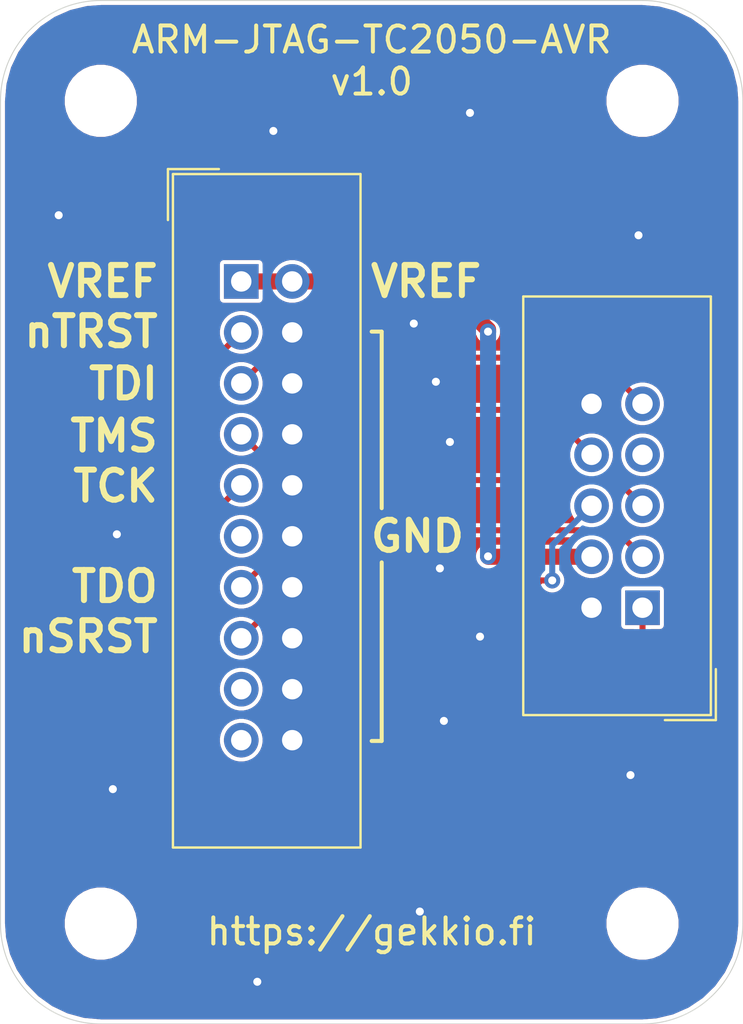
<source format=kicad_pcb>
(kicad_pcb (version 20171130) (host pcbnew 5.1.5-52549c5~84~ubuntu19.10.1)

  (general
    (thickness 1.6)
    (drawings 23)
    (tracks 60)
    (zones 0)
    (modules 6)
    (nets 9)
  )

  (page A4)
  (title_block
    (title ARM-JTAG-TC2050-AVR)
    (rev v1.0)
    (company https://gekkio.fi)
  )

  (layers
    (0 F.Cu signal)
    (31 B.Cu signal)
    (32 B.Adhes user)
    (33 F.Adhes user)
    (34 B.Paste user)
    (35 F.Paste user)
    (36 B.SilkS user)
    (37 F.SilkS user)
    (38 B.Mask user)
    (39 F.Mask user)
    (40 Dwgs.User user)
    (41 Cmts.User user)
    (42 Eco1.User user)
    (43 Eco2.User user)
    (44 Edge.Cuts user)
    (45 Margin user)
    (46 B.CrtYd user)
    (47 F.CrtYd user)
    (48 B.Fab user)
    (49 F.Fab user)
  )

  (setup
    (last_trace_width 0.3)
    (user_trace_width 0.8)
    (trace_clearance 0.2)
    (zone_clearance 0.2)
    (zone_45_only no)
    (trace_min 0.2)
    (via_size 0.8)
    (via_drill 0.4)
    (via_min_size 0.4)
    (via_min_drill 0.3)
    (uvia_size 0.3)
    (uvia_drill 0.1)
    (uvias_allowed no)
    (uvia_min_size 0.2)
    (uvia_min_drill 0.1)
    (edge_width 0.05)
    (segment_width 0.2)
    (pcb_text_width 0.3)
    (pcb_text_size 1.5 1.5)
    (mod_edge_width 0.12)
    (mod_text_size 1 1)
    (mod_text_width 0.15)
    (pad_size 1.524 1.524)
    (pad_drill 0.762)
    (pad_to_mask_clearance 0)
    (aux_axis_origin 0 0)
    (visible_elements FFFFFF7F)
    (pcbplotparams
      (layerselection 0x010fc_ffffffff)
      (usegerberextensions false)
      (usegerberattributes false)
      (usegerberadvancedattributes false)
      (creategerberjobfile true)
      (excludeedgelayer false)
      (linewidth 0.100000)
      (plotframeref false)
      (viasonmask false)
      (mode 1)
      (useauxorigin false)
      (hpglpennumber 1)
      (hpglpenspeed 20)
      (hpglpendiameter 15.000000)
      (psnegative false)
      (psa4output false)
      (plotreference true)
      (plotvalue true)
      (plotinvisibletext false)
      (padsonsilk false)
      (subtractmaskfromsilk false)
      (outputformat 1)
      (mirror false)
      (drillshape 0)
      (scaleselection 1)
      (outputdirectory "gerber/"))
  )

  (net 0 "")
  (net 1 GND)
  (net 2 /nSRST)
  (net 3 /TDO)
  (net 4 /TCK)
  (net 5 /TMS)
  (net 6 /TDI)
  (net 7 /nTRST)
  (net 8 /VREF)

  (net_class Default "This is the default net class."
    (clearance 0.2)
    (trace_width 0.3)
    (via_dia 0.8)
    (via_drill 0.4)
    (uvia_dia 0.3)
    (uvia_drill 0.1)
    (add_net /TCK)
    (add_net /TDI)
    (add_net /TDO)
    (add_net /TMS)
    (add_net /VREF)
    (add_net /nSRST)
    (add_net /nTRST)
    (add_net GND)
  )

  (module MountingHole:MountingHole_3.2mm_M3 (layer F.Cu) (tedit 56D1B4CB) (tstamp 5E5BAB6E)
    (at 82 96)
    (descr "Mounting Hole 3.2mm, no annular, M3")
    (tags "mounting hole 3.2mm no annular m3")
    (path /5E5C30EF)
    (attr virtual)
    (fp_text reference H4 (at 0 -4.2) (layer F.SilkS) hide
      (effects (font (size 1 1) (thickness 0.15)))
    )
    (fp_text value MountingHole (at 0 4.2) (layer F.Fab) hide
      (effects (font (size 1 1) (thickness 0.15)))
    )
    (fp_circle (center 0 0) (end 3.45 0) (layer F.CrtYd) (width 0.05))
    (fp_circle (center 0 0) (end 3.2 0) (layer Cmts.User) (width 0.15))
    (fp_text user %R (at 0.3 0) (layer F.Fab)
      (effects (font (size 1 1) (thickness 0.15)))
    )
    (pad 1 np_thru_hole circle (at 0 0) (size 3.2 3.2) (drill 3.2) (layers *.Cu *.Mask))
  )

  (module MountingHole:MountingHole_3.2mm_M3 (layer F.Cu) (tedit 56D1B4CB) (tstamp 5E5BAB66)
    (at 82 55)
    (descr "Mounting Hole 3.2mm, no annular, M3")
    (tags "mounting hole 3.2mm no annular m3")
    (path /5E5C2A5D)
    (attr virtual)
    (fp_text reference H3 (at 0 -4.2) (layer F.SilkS) hide
      (effects (font (size 1 1) (thickness 0.15)))
    )
    (fp_text value MountingHole (at 0 4.2) (layer F.Fab) hide
      (effects (font (size 1 1) (thickness 0.15)))
    )
    (fp_circle (center 0 0) (end 3.45 0) (layer F.CrtYd) (width 0.05))
    (fp_circle (center 0 0) (end 3.2 0) (layer Cmts.User) (width 0.15))
    (fp_text user %R (at 0.3 0) (layer F.Fab)
      (effects (font (size 1 1) (thickness 0.15)))
    )
    (pad 1 np_thru_hole circle (at 0 0) (size 3.2 3.2) (drill 3.2) (layers *.Cu *.Mask))
  )

  (module MountingHole:MountingHole_3.2mm_M3 (layer F.Cu) (tedit 56D1B4CB) (tstamp 5E5BAB5E)
    (at 55 96)
    (descr "Mounting Hole 3.2mm, no annular, M3")
    (tags "mounting hole 3.2mm no annular m3")
    (path /5E5C2CE8)
    (attr virtual)
    (fp_text reference H2 (at 0 -4.2) (layer F.SilkS) hide
      (effects (font (size 1 1) (thickness 0.15)))
    )
    (fp_text value MountingHole (at 0 4.2) (layer F.Fab) hide
      (effects (font (size 1 1) (thickness 0.15)))
    )
    (fp_circle (center 0 0) (end 3.45 0) (layer F.CrtYd) (width 0.05))
    (fp_circle (center 0 0) (end 3.2 0) (layer Cmts.User) (width 0.15))
    (fp_text user %R (at 0.3 0) (layer F.Fab)
      (effects (font (size 1 1) (thickness 0.15)))
    )
    (pad 1 np_thru_hole circle (at 0 0) (size 3.2 3.2) (drill 3.2) (layers *.Cu *.Mask))
  )

  (module MountingHole:MountingHole_3.2mm_M3 (layer F.Cu) (tedit 56D1B4CB) (tstamp 5E5BAB56)
    (at 55 55)
    (descr "Mounting Hole 3.2mm, no annular, M3")
    (tags "mounting hole 3.2mm no annular m3")
    (path /5E5C25A0)
    (attr virtual)
    (fp_text reference H1 (at 0 -4.2) (layer F.SilkS) hide
      (effects (font (size 1 1) (thickness 0.15)))
    )
    (fp_text value MountingHole (at 0 4.2) (layer F.Fab) hide
      (effects (font (size 1 1) (thickness 0.15)))
    )
    (fp_circle (center 0 0) (end 3.45 0) (layer F.CrtYd) (width 0.05))
    (fp_circle (center 0 0) (end 3.2 0) (layer Cmts.User) (width 0.15))
    (fp_text user %R (at 0.3 0) (layer F.Fab)
      (effects (font (size 1 1) (thickness 0.15)))
    )
    (pad 1 np_thru_hole circle (at 0 0) (size 3.2 3.2) (drill 3.2) (layers *.Cu *.Mask))
  )

  (module Connector_IDC:IDC-Header_2x05_P2.54mm_Vertical (layer F.Cu) (tedit 59DE0611) (tstamp 5E5BACFF)
    (at 82 80.26 180)
    (descr "Through hole straight IDC box header, 2x05, 2.54mm pitch, double rows")
    (tags "Through hole IDC box header THT 2x05 2.54mm double row")
    (path /5E5BBCCC)
    (fp_text reference J2 (at 1.27 -6.604) (layer F.SilkS) hide
      (effects (font (size 1 1) (thickness 0.15)))
    )
    (fp_text value Conn_02x05_Odd_Even (at 1.27 16.764) (layer F.Fab) hide
      (effects (font (size 1 1) (thickness 0.15)))
    )
    (fp_line (start -3.655 -5.6) (end -1.115 -5.6) (layer F.SilkS) (width 0.12))
    (fp_line (start -3.655 -5.6) (end -3.655 -3.06) (layer F.SilkS) (width 0.12))
    (fp_line (start -3.405 -5.35) (end 5.945 -5.35) (layer F.SilkS) (width 0.12))
    (fp_line (start -3.405 15.51) (end -3.405 -5.35) (layer F.SilkS) (width 0.12))
    (fp_line (start 5.945 15.51) (end -3.405 15.51) (layer F.SilkS) (width 0.12))
    (fp_line (start 5.945 -5.35) (end 5.945 15.51) (layer F.SilkS) (width 0.12))
    (fp_line (start -3.41 -5.35) (end 5.95 -5.35) (layer F.CrtYd) (width 0.05))
    (fp_line (start -3.41 15.51) (end -3.41 -5.35) (layer F.CrtYd) (width 0.05))
    (fp_line (start 5.95 15.51) (end -3.41 15.51) (layer F.CrtYd) (width 0.05))
    (fp_line (start 5.95 -5.35) (end 5.95 15.51) (layer F.CrtYd) (width 0.05))
    (fp_line (start -3.155 15.26) (end -2.605 14.7) (layer F.Fab) (width 0.1))
    (fp_line (start -3.155 -5.1) (end -2.605 -4.56) (layer F.Fab) (width 0.1))
    (fp_line (start 5.695 15.26) (end 5.145 14.7) (layer F.Fab) (width 0.1))
    (fp_line (start 5.695 -5.1) (end 5.145 -4.56) (layer F.Fab) (width 0.1))
    (fp_line (start 5.145 14.7) (end -2.605 14.7) (layer F.Fab) (width 0.1))
    (fp_line (start 5.695 15.26) (end -3.155 15.26) (layer F.Fab) (width 0.1))
    (fp_line (start 5.145 -4.56) (end -2.605 -4.56) (layer F.Fab) (width 0.1))
    (fp_line (start 5.695 -5.1) (end -3.155 -5.1) (layer F.Fab) (width 0.1))
    (fp_line (start -2.605 7.33) (end -3.155 7.33) (layer F.Fab) (width 0.1))
    (fp_line (start -2.605 2.83) (end -3.155 2.83) (layer F.Fab) (width 0.1))
    (fp_line (start -2.605 7.33) (end -2.605 14.7) (layer F.Fab) (width 0.1))
    (fp_line (start -2.605 -4.56) (end -2.605 2.83) (layer F.Fab) (width 0.1))
    (fp_line (start -3.155 -5.1) (end -3.155 15.26) (layer F.Fab) (width 0.1))
    (fp_line (start 5.145 -4.56) (end 5.145 14.7) (layer F.Fab) (width 0.1))
    (fp_line (start 5.695 -5.1) (end 5.695 15.26) (layer F.Fab) (width 0.1))
    (fp_text user %R (at 1.27 5.08) (layer F.Fab)
      (effects (font (size 1 1) (thickness 0.15)))
    )
    (pad 10 thru_hole oval (at 2.54 10.16 180) (size 1.7272 1.7272) (drill 1.016) (layers *.Cu *.Mask)
      (net 1 GND))
    (pad 9 thru_hole oval (at 0 10.16 180) (size 1.7272 1.7272) (drill 1.016) (layers *.Cu *.Mask)
      (net 6 /TDI))
    (pad 8 thru_hole oval (at 2.54 7.62 180) (size 1.7272 1.7272) (drill 1.016) (layers *.Cu *.Mask)
      (net 7 /nTRST))
    (pad 7 thru_hole oval (at 0 7.62 180) (size 1.7272 1.7272) (drill 1.016) (layers *.Cu *.Mask))
    (pad 6 thru_hole oval (at 2.54 5.08 180) (size 1.7272 1.7272) (drill 1.016) (layers *.Cu *.Mask)
      (net 2 /nSRST))
    (pad 5 thru_hole oval (at 0 5.08 180) (size 1.7272 1.7272) (drill 1.016) (layers *.Cu *.Mask)
      (net 5 /TMS))
    (pad 4 thru_hole oval (at 2.54 2.54 180) (size 1.7272 1.7272) (drill 1.016) (layers *.Cu *.Mask)
      (net 8 /VREF))
    (pad 3 thru_hole oval (at 0 2.54 180) (size 1.7272 1.7272) (drill 1.016) (layers *.Cu *.Mask)
      (net 3 /TDO))
    (pad 2 thru_hole oval (at 2.54 0 180) (size 1.7272 1.7272) (drill 1.016) (layers *.Cu *.Mask)
      (net 1 GND))
    (pad 1 thru_hole rect (at 0 0 180) (size 1.7272 1.7272) (drill 1.016) (layers *.Cu *.Mask)
      (net 4 /TCK))
    (model ${KISYS3DMOD}/Connector_IDC.3dshapes/IDC-Header_2x05_P2.54mm_Vertical.wrl
      (at (xyz 0 0 0))
      (scale (xyz 1 1 1))
      (rotate (xyz 0 0 0))
    )
  )

  (module Connector_IDC:IDC-Header_2x10_P2.54mm_Vertical (layer F.Cu) (tedit 59DE0251) (tstamp 5E5BA8E4)
    (at 62 64)
    (descr "Through hole straight IDC box header, 2x10, 2.54mm pitch, double rows")
    (tags "Through hole IDC box header THT 2x10 2.54mm double row")
    (path /5E5BA863)
    (fp_text reference J1 (at 1.27 -6.604) (layer F.SilkS) hide
      (effects (font (size 1 1) (thickness 0.15)))
    )
    (fp_text value Conn_02x10_Odd_Even (at 1.27 29.464) (layer F.Fab) hide
      (effects (font (size 1 1) (thickness 0.15)))
    )
    (fp_line (start -3.655 -5.6) (end -1.115 -5.6) (layer F.SilkS) (width 0.12))
    (fp_line (start -3.655 -5.6) (end -3.655 -3.06) (layer F.SilkS) (width 0.12))
    (fp_line (start -3.405 -5.35) (end 5.945 -5.35) (layer F.SilkS) (width 0.12))
    (fp_line (start -3.405 28.21) (end -3.405 -5.35) (layer F.SilkS) (width 0.12))
    (fp_line (start 5.945 28.21) (end -3.405 28.21) (layer F.SilkS) (width 0.12))
    (fp_line (start 5.945 -5.35) (end 5.945 28.21) (layer F.SilkS) (width 0.12))
    (fp_line (start -3.41 -5.35) (end 5.95 -5.35) (layer F.CrtYd) (width 0.05))
    (fp_line (start -3.41 28.21) (end -3.41 -5.35) (layer F.CrtYd) (width 0.05))
    (fp_line (start 5.95 28.21) (end -3.41 28.21) (layer F.CrtYd) (width 0.05))
    (fp_line (start 5.95 -5.35) (end 5.95 28.21) (layer F.CrtYd) (width 0.05))
    (fp_line (start -3.155 27.96) (end -2.605 27.4) (layer F.Fab) (width 0.1))
    (fp_line (start -3.155 -5.1) (end -2.605 -4.56) (layer F.Fab) (width 0.1))
    (fp_line (start 5.695 27.96) (end 5.145 27.4) (layer F.Fab) (width 0.1))
    (fp_line (start 5.695 -5.1) (end 5.145 -4.56) (layer F.Fab) (width 0.1))
    (fp_line (start 5.145 27.4) (end -2.605 27.4) (layer F.Fab) (width 0.1))
    (fp_line (start 5.695 27.96) (end -3.155 27.96) (layer F.Fab) (width 0.1))
    (fp_line (start 5.145 -4.56) (end -2.605 -4.56) (layer F.Fab) (width 0.1))
    (fp_line (start 5.695 -5.1) (end -3.155 -5.1) (layer F.Fab) (width 0.1))
    (fp_line (start -2.605 13.68) (end -3.155 13.68) (layer F.Fab) (width 0.1))
    (fp_line (start -2.605 9.18) (end -3.155 9.18) (layer F.Fab) (width 0.1))
    (fp_line (start -2.605 13.68) (end -2.605 27.4) (layer F.Fab) (width 0.1))
    (fp_line (start -2.605 -4.56) (end -2.605 9.18) (layer F.Fab) (width 0.1))
    (fp_line (start -3.155 -5.1) (end -3.155 27.96) (layer F.Fab) (width 0.1))
    (fp_line (start 5.145 -4.56) (end 5.145 27.4) (layer F.Fab) (width 0.1))
    (fp_line (start 5.695 -5.1) (end 5.695 27.96) (layer F.Fab) (width 0.1))
    (fp_text user %R (at 1.27 11.43) (layer F.Fab)
      (effects (font (size 1 1) (thickness 0.15)))
    )
    (pad 20 thru_hole oval (at 2.54 22.86) (size 1.7272 1.7272) (drill 1.016) (layers *.Cu *.Mask)
      (net 1 GND))
    (pad 19 thru_hole oval (at 0 22.86) (size 1.7272 1.7272) (drill 1.016) (layers *.Cu *.Mask))
    (pad 18 thru_hole oval (at 2.54 20.32) (size 1.7272 1.7272) (drill 1.016) (layers *.Cu *.Mask)
      (net 1 GND))
    (pad 17 thru_hole oval (at 0 20.32) (size 1.7272 1.7272) (drill 1.016) (layers *.Cu *.Mask))
    (pad 16 thru_hole oval (at 2.54 17.78) (size 1.7272 1.7272) (drill 1.016) (layers *.Cu *.Mask)
      (net 1 GND))
    (pad 15 thru_hole oval (at 0 17.78) (size 1.7272 1.7272) (drill 1.016) (layers *.Cu *.Mask)
      (net 2 /nSRST))
    (pad 14 thru_hole oval (at 2.54 15.24) (size 1.7272 1.7272) (drill 1.016) (layers *.Cu *.Mask)
      (net 1 GND))
    (pad 13 thru_hole oval (at 0 15.24) (size 1.7272 1.7272) (drill 1.016) (layers *.Cu *.Mask)
      (net 3 /TDO))
    (pad 12 thru_hole oval (at 2.54 12.7) (size 1.7272 1.7272) (drill 1.016) (layers *.Cu *.Mask)
      (net 1 GND))
    (pad 11 thru_hole oval (at 0 12.7) (size 1.7272 1.7272) (drill 1.016) (layers *.Cu *.Mask))
    (pad 10 thru_hole oval (at 2.54 10.16) (size 1.7272 1.7272) (drill 1.016) (layers *.Cu *.Mask)
      (net 1 GND))
    (pad 9 thru_hole oval (at 0 10.16) (size 1.7272 1.7272) (drill 1.016) (layers *.Cu *.Mask)
      (net 4 /TCK))
    (pad 8 thru_hole oval (at 2.54 7.62) (size 1.7272 1.7272) (drill 1.016) (layers *.Cu *.Mask)
      (net 1 GND))
    (pad 7 thru_hole oval (at 0 7.62) (size 1.7272 1.7272) (drill 1.016) (layers *.Cu *.Mask)
      (net 5 /TMS))
    (pad 6 thru_hole oval (at 2.54 5.08) (size 1.7272 1.7272) (drill 1.016) (layers *.Cu *.Mask)
      (net 1 GND))
    (pad 5 thru_hole oval (at 0 5.08) (size 1.7272 1.7272) (drill 1.016) (layers *.Cu *.Mask)
      (net 6 /TDI))
    (pad 4 thru_hole oval (at 2.54 2.54) (size 1.7272 1.7272) (drill 1.016) (layers *.Cu *.Mask)
      (net 1 GND))
    (pad 3 thru_hole oval (at 0 2.54) (size 1.7272 1.7272) (drill 1.016) (layers *.Cu *.Mask)
      (net 7 /nTRST))
    (pad 2 thru_hole oval (at 2.54 0) (size 1.7272 1.7272) (drill 1.016) (layers *.Cu *.Mask)
      (net 8 /VREF))
    (pad 1 thru_hole rect (at 0 0) (size 1.7272 1.7272) (drill 1.016) (layers *.Cu *.Mask)
      (net 8 /VREF))
    (model ${KISYS3DMOD}/Connector_IDC.3dshapes/IDC-Header_2x10_P2.54mm_Vertical.wrl
      (at (xyz 0 0 0))
      (scale (xyz 1 1 1))
      (rotate (xyz 0 0 0))
    )
  )

  (gr_text https://gekkio.fi (at 68.5 96.4) (layer F.SilkS) (tstamp 5E5BBC0C)
    (effects (font (size 1.3 1.3) (thickness 0.2)))
  )
  (gr_text "ARM-JTAG-TC2050-AVR\nv1.0" (at 68.5 53) (layer F.SilkS)
    (effects (font (size 1.3 1.3) (thickness 0.2)))
  )
  (gr_text nSRST (at 58 81.7) (layer F.SilkS) (tstamp 5E5BBAF2)
    (effects (font (size 1.5 1.5) (thickness 0.3)) (justify right))
  )
  (gr_text TDO (at 58 79.2) (layer F.SilkS) (tstamp 5E5BBAEF)
    (effects (font (size 1.5 1.5) (thickness 0.3)) (justify right))
  )
  (gr_text TCK (at 58 74.2) (layer F.SilkS) (tstamp 5E5BBAEC)
    (effects (font (size 1.5 1.5) (thickness 0.3)) (justify right))
  )
  (gr_text TMS (at 58 71.7) (layer F.SilkS) (tstamp 5E5BBAE9)
    (effects (font (size 1.5 1.5) (thickness 0.3)) (justify right))
  )
  (gr_text TDI (at 58 69.1) (layer F.SilkS) (tstamp 5E5BBAE6)
    (effects (font (size 1.5 1.5) (thickness 0.3)) (justify right))
  )
  (gr_text nTRST (at 58 66.5) (layer F.SilkS) (tstamp 5E5BBAE3)
    (effects (font (size 1.5 1.5) (thickness 0.3)) (justify right))
  )
  (gr_arc (start 82 55) (end 87 55) (angle -90) (layer Edge.Cuts) (width 0.05) (tstamp 5E5BBACA))
  (gr_arc (start 82 96) (end 82 101) (angle -90) (layer Edge.Cuts) (width 0.05) (tstamp 5E5BBABC))
  (gr_arc (start 55 96) (end 50 96) (angle -90) (layer Edge.Cuts) (width 0.05) (tstamp 5E5BBAAC))
  (gr_arc (start 55 55) (end 55 50) (angle -90) (layer Edge.Cuts) (width 0.05))
  (gr_line (start 69 86.9) (end 68.5 86.9) (layer F.SilkS) (width 0.2) (tstamp 5E5BB591))
  (gr_line (start 69 86.9) (end 69 78) (layer F.SilkS) (width 0.2) (tstamp 5E5BB58E))
  (gr_line (start 69 66.5) (end 68.5 66.5) (layer F.SilkS) (width 0.2))
  (gr_line (start 69 75.3) (end 69 66.5) (layer F.SilkS) (width 0.2))
  (gr_text GND (at 68.3 76.7) (layer F.SilkS) (tstamp 5E5BB580)
    (effects (font (size 1.5 1.5) (thickness 0.3)) (justify left))
  )
  (gr_text VREF (at 68.3 64) (layer F.SilkS) (tstamp 5E5BB57B)
    (effects (font (size 1.5 1.5) (thickness 0.3)) (justify left))
  )
  (gr_text VREF (at 58 64) (layer F.SilkS) (tstamp 5E5BBADC)
    (effects (font (size 1.5 1.5) (thickness 0.3)) (justify right))
  )
  (gr_line (start 55 50) (end 82 50) (layer Edge.Cuts) (width 0.05))
  (gr_line (start 87 55) (end 87 96) (layer Edge.Cuts) (width 0.05))
  (gr_line (start 55 101) (end 82 101) (layer Edge.Cuts) (width 0.05))
  (gr_line (start 50 55) (end 50 96) (layer Edge.Cuts) (width 0.05))

  (via (at 63.6 56.5) (size 0.8) (drill 0.4) (layers F.Cu B.Cu) (net 1))
  (via (at 72.4 72) (size 0.8) (drill 0.4) (layers F.Cu B.Cu) (net 1))
  (via (at 71.9 78.3) (size 0.8) (drill 0.4) (layers F.Cu B.Cu) (net 1))
  (via (at 73.9 81.7) (size 0.8) (drill 0.4) (layers F.Cu B.Cu) (net 1))
  (via (at 72.1 85.9) (size 0.8) (drill 0.4) (layers F.Cu B.Cu) (net 1))
  (via (at 71.7 69) (size 0.8) (drill 0.4) (layers F.Cu B.Cu) (net 1))
  (via (at 70.6 66.1) (size 0.8) (drill 0.4) (layers F.Cu B.Cu) (net 1))
  (via (at 81.8 61.7) (size 0.8) (drill 0.4) (layers F.Cu B.Cu) (net 1))
  (via (at 81.4 88.6) (size 0.8) (drill 0.4) (layers F.Cu B.Cu) (net 1))
  (via (at 70.9 95.4) (size 0.8) (drill 0.4) (layers F.Cu B.Cu) (net 1))
  (via (at 55.6 89.3) (size 0.8) (drill 0.4) (layers F.Cu B.Cu) (net 1))
  (via (at 55.8 76.6) (size 0.8) (drill 0.4) (layers F.Cu B.Cu) (net 1))
  (via (at 73.4 55.6) (size 0.8) (drill 0.4) (layers F.Cu B.Cu) (net 1) (tstamp 5E5BBD49))
  (via (at 52.9 60.7) (size 0.8) (drill 0.4) (layers F.Cu B.Cu) (net 1) (tstamp 5E5BBD4B))
  (via (at 62.8 98.9) (size 0.8) (drill 0.4) (layers F.Cu B.Cu) (net 1) (tstamp 5E5BBD4D))
  (via (at 77.5 78.9) (size 0.8) (drill 0.4) (layers F.Cu B.Cu) (net 2))
  (segment (start 79.46 75.18) (end 77.5 77.14) (width 0.3) (layer B.Cu) (net 2))
  (segment (start 77.5 77.14) (end 77.5 78.9) (width 0.3) (layer B.Cu) (net 2))
  (segment (start 63.28 80.5) (end 62.863599 80.916401) (width 0.3) (layer F.Cu) (net 2))
  (segment (start 75.334315 80.5) (end 63.28 80.5) (width 0.3) (layer F.Cu) (net 2))
  (segment (start 62.863599 80.916401) (end 62 81.78) (width 0.3) (layer F.Cu) (net 2))
  (segment (start 77.5 78.9) (end 76.934315 78.9) (width 0.3) (layer F.Cu) (net 2))
  (segment (start 76.934315 78.9) (end 75.334315 80.5) (width 0.3) (layer F.Cu) (net 2))
  (segment (start 62.863599 78.376401) (end 62 79.24) (width 0.3) (layer F.Cu) (net 3))
  (segment (start 80.68 76.4) (end 67.2 76.4) (width 0.3) (layer F.Cu) (net 3))
  (segment (start 67.2 76.4) (end 65.6 78) (width 0.3) (layer F.Cu) (net 3))
  (segment (start 82 77.72) (end 80.68 76.4) (width 0.3) (layer F.Cu) (net 3))
  (segment (start 65.6 78) (end 63.24 78) (width 0.3) (layer F.Cu) (net 3))
  (segment (start 63.24 78) (end 62.863599 78.376401) (width 0.3) (layer F.Cu) (net 3))
  (segment (start 61.136401 75.023599) (end 62 74.16) (width 0.3) (layer F.Cu) (net 4))
  (segment (start 82 81.8) (end 80.7 83.1) (width 0.3) (layer F.Cu) (net 4))
  (segment (start 61.2 83.1) (end 60.4 82.3) (width 0.3) (layer F.Cu) (net 4))
  (segment (start 82 80.26) (end 82 81.8) (width 0.3) (layer F.Cu) (net 4))
  (segment (start 80.7 83.1) (end 61.2 83.1) (width 0.3) (layer F.Cu) (net 4))
  (segment (start 60.4 75.76) (end 61.136401 75.023599) (width 0.3) (layer F.Cu) (net 4))
  (segment (start 60.4 82.3) (end 60.4 75.76) (width 0.3) (layer F.Cu) (net 4))
  (segment (start 62.863599 72.483599) (end 62 71.62) (width 0.3) (layer F.Cu) (net 5))
  (segment (start 80.72 73.9) (end 66.7 73.9) (width 0.3) (layer F.Cu) (net 5))
  (segment (start 82 75.18) (end 80.72 73.9) (width 0.3) (layer F.Cu) (net 5))
  (segment (start 66.7 73.9) (end 65.7 72.9) (width 0.3) (layer F.Cu) (net 5))
  (segment (start 63.28 72.9) (end 62.863599 72.483599) (width 0.3) (layer F.Cu) (net 5))
  (segment (start 65.7 72.9) (end 63.28 72.9) (width 0.3) (layer F.Cu) (net 5))
  (segment (start 63.28 67.8) (end 62.863599 68.216401) (width 0.3) (layer F.Cu) (net 6))
  (segment (start 62.863599 68.216401) (end 62 69.08) (width 0.3) (layer F.Cu) (net 6))
  (segment (start 82 70.1) (end 79.7 67.8) (width 0.3) (layer F.Cu) (net 6))
  (segment (start 79.7 67.8) (end 63.28 67.8) (width 0.3) (layer F.Cu) (net 6))
  (segment (start 60.6 67.94) (end 62 66.54) (width 0.3) (layer F.Cu) (net 7))
  (segment (start 60.6 69.7) (end 60.6 67.94) (width 0.3) (layer F.Cu) (net 7))
  (segment (start 61.3 70.4) (end 60.6 69.7) (width 0.3) (layer F.Cu) (net 7))
  (segment (start 79.46 72.64) (end 77.22 70.4) (width 0.3) (layer F.Cu) (net 7))
  (segment (start 77.22 70.4) (end 61.3 70.4) (width 0.3) (layer F.Cu) (net 7))
  (segment (start 62 64) (end 64.54 64) (width 0.8) (layer F.Cu) (net 8))
  (via (at 74.3 77.7) (size 0.8) (drill 0.4) (layers F.Cu B.Cu) (net 8))
  (segment (start 79.46 77.72) (end 74.32 77.72) (width 0.8) (layer F.Cu) (net 8))
  (segment (start 74.32 77.72) (end 74.3 77.7) (width 0.8) (layer F.Cu) (net 8))
  (via (at 74.3 66.5) (size 0.8) (drill 0.4) (layers F.Cu B.Cu) (net 8))
  (segment (start 74.3 77.7) (end 74.3 66.5) (width 0.8) (layer B.Cu) (net 8))
  (segment (start 71.9 64) (end 64.54 64) (width 0.8) (layer F.Cu) (net 8))
  (segment (start 74.3 66.5) (end 74.3 66.4) (width 0.8) (layer F.Cu) (net 8))
  (segment (start 74.3 66.4) (end 71.9 64) (width 0.8) (layer F.Cu) (net 8))

  (zone (net 1) (net_name GND) (layer B.Cu) (tstamp 0) (hatch edge 0.508)
    (connect_pads yes (clearance 0.2))
    (min_thickness 0.2)
    (fill yes (arc_segments 32) (thermal_gap 0.508) (thermal_bridge_width 0.508) (smoothing fillet) (radius 2))
    (polygon
      (pts
        (xy 87 101) (xy 50 101) (xy 50 50) (xy 87 50)
      )
    )
    (filled_polygon
      (pts
        (xy 82.827641 50.400156) (xy 83.629125 50.619418) (xy 84.37911 50.977142) (xy 85.053896 51.462025) (xy 85.632155 52.058741)
        (xy 86.095602 52.748425) (xy 86.429593 53.509276) (xy 86.624171 54.319751) (xy 86.675 55.011914) (xy 86.675001 95.985519)
        (xy 86.599843 96.827643) (xy 86.380582 97.629125) (xy 86.022858 98.37911) (xy 85.537975 99.053896) (xy 84.941259 99.632155)
        (xy 84.251576 100.095601) (xy 83.490723 100.429593) (xy 82.680249 100.624171) (xy 81.988086 100.675) (xy 55.014469 100.675)
        (xy 54.172357 100.599843) (xy 53.370875 100.380582) (xy 52.62089 100.022858) (xy 51.946104 99.537975) (xy 51.367845 98.941259)
        (xy 50.904399 98.251576) (xy 50.570407 97.490723) (xy 50.375829 96.680249) (xy 50.325 95.988086) (xy 50.325 95.812866)
        (xy 53.1 95.812866) (xy 53.1 96.187134) (xy 53.173016 96.554209) (xy 53.316242 96.899987) (xy 53.524174 97.211179)
        (xy 53.788821 97.475826) (xy 54.100013 97.683758) (xy 54.445791 97.826984) (xy 54.812866 97.9) (xy 55.187134 97.9)
        (xy 55.554209 97.826984) (xy 55.899987 97.683758) (xy 56.211179 97.475826) (xy 56.475826 97.211179) (xy 56.683758 96.899987)
        (xy 56.826984 96.554209) (xy 56.9 96.187134) (xy 56.9 95.812866) (xy 80.1 95.812866) (xy 80.1 96.187134)
        (xy 80.173016 96.554209) (xy 80.316242 96.899987) (xy 80.524174 97.211179) (xy 80.788821 97.475826) (xy 81.100013 97.683758)
        (xy 81.445791 97.826984) (xy 81.812866 97.9) (xy 82.187134 97.9) (xy 82.554209 97.826984) (xy 82.899987 97.683758)
        (xy 83.211179 97.475826) (xy 83.475826 97.211179) (xy 83.683758 96.899987) (xy 83.826984 96.554209) (xy 83.9 96.187134)
        (xy 83.9 95.812866) (xy 83.826984 95.445791) (xy 83.683758 95.100013) (xy 83.475826 94.788821) (xy 83.211179 94.524174)
        (xy 82.899987 94.316242) (xy 82.554209 94.173016) (xy 82.187134 94.1) (xy 81.812866 94.1) (xy 81.445791 94.173016)
        (xy 81.100013 94.316242) (xy 80.788821 94.524174) (xy 80.524174 94.788821) (xy 80.316242 95.100013) (xy 80.173016 95.445791)
        (xy 80.1 95.812866) (xy 56.9 95.812866) (xy 56.826984 95.445791) (xy 56.683758 95.100013) (xy 56.475826 94.788821)
        (xy 56.211179 94.524174) (xy 55.899987 94.316242) (xy 55.554209 94.173016) (xy 55.187134 94.1) (xy 54.812866 94.1)
        (xy 54.445791 94.173016) (xy 54.100013 94.316242) (xy 53.788821 94.524174) (xy 53.524174 94.788821) (xy 53.316242 95.100013)
        (xy 53.173016 95.445791) (xy 53.1 95.812866) (xy 50.325 95.812866) (xy 50.325 86.745395) (xy 60.8364 86.745395)
        (xy 60.8364 86.974605) (xy 60.881117 87.19941) (xy 60.968831 87.411171) (xy 61.096173 87.601752) (xy 61.258248 87.763827)
        (xy 61.448829 87.891169) (xy 61.66059 87.978883) (xy 61.885395 88.0236) (xy 62.114605 88.0236) (xy 62.33941 87.978883)
        (xy 62.551171 87.891169) (xy 62.741752 87.763827) (xy 62.903827 87.601752) (xy 63.031169 87.411171) (xy 63.118883 87.19941)
        (xy 63.1636 86.974605) (xy 63.1636 86.745395) (xy 63.118883 86.52059) (xy 63.031169 86.308829) (xy 62.903827 86.118248)
        (xy 62.741752 85.956173) (xy 62.551171 85.828831) (xy 62.33941 85.741117) (xy 62.114605 85.6964) (xy 61.885395 85.6964)
        (xy 61.66059 85.741117) (xy 61.448829 85.828831) (xy 61.258248 85.956173) (xy 61.096173 86.118248) (xy 60.968831 86.308829)
        (xy 60.881117 86.52059) (xy 60.8364 86.745395) (xy 50.325 86.745395) (xy 50.325 84.205395) (xy 60.8364 84.205395)
        (xy 60.8364 84.434605) (xy 60.881117 84.65941) (xy 60.968831 84.871171) (xy 61.096173 85.061752) (xy 61.258248 85.223827)
        (xy 61.448829 85.351169) (xy 61.66059 85.438883) (xy 61.885395 85.4836) (xy 62.114605 85.4836) (xy 62.33941 85.438883)
        (xy 62.551171 85.351169) (xy 62.741752 85.223827) (xy 62.903827 85.061752) (xy 63.031169 84.871171) (xy 63.118883 84.65941)
        (xy 63.1636 84.434605) (xy 63.1636 84.205395) (xy 63.118883 83.98059) (xy 63.031169 83.768829) (xy 62.903827 83.578248)
        (xy 62.741752 83.416173) (xy 62.551171 83.288831) (xy 62.33941 83.201117) (xy 62.114605 83.1564) (xy 61.885395 83.1564)
        (xy 61.66059 83.201117) (xy 61.448829 83.288831) (xy 61.258248 83.416173) (xy 61.096173 83.578248) (xy 60.968831 83.768829)
        (xy 60.881117 83.98059) (xy 60.8364 84.205395) (xy 50.325 84.205395) (xy 50.325 81.665395) (xy 60.8364 81.665395)
        (xy 60.8364 81.894605) (xy 60.881117 82.11941) (xy 60.968831 82.331171) (xy 61.096173 82.521752) (xy 61.258248 82.683827)
        (xy 61.448829 82.811169) (xy 61.66059 82.898883) (xy 61.885395 82.9436) (xy 62.114605 82.9436) (xy 62.33941 82.898883)
        (xy 62.551171 82.811169) (xy 62.741752 82.683827) (xy 62.903827 82.521752) (xy 63.031169 82.331171) (xy 63.118883 82.11941)
        (xy 63.1636 81.894605) (xy 63.1636 81.665395) (xy 63.118883 81.44059) (xy 63.031169 81.228829) (xy 62.903827 81.038248)
        (xy 62.741752 80.876173) (xy 62.551171 80.748831) (xy 62.33941 80.661117) (xy 62.114605 80.6164) (xy 61.885395 80.6164)
        (xy 61.66059 80.661117) (xy 61.448829 80.748831) (xy 61.258248 80.876173) (xy 61.096173 81.038248) (xy 60.968831 81.228829)
        (xy 60.881117 81.44059) (xy 60.8364 81.665395) (xy 50.325 81.665395) (xy 50.325 79.125395) (xy 60.8364 79.125395)
        (xy 60.8364 79.354605) (xy 60.881117 79.57941) (xy 60.968831 79.791171) (xy 61.096173 79.981752) (xy 61.258248 80.143827)
        (xy 61.448829 80.271169) (xy 61.66059 80.358883) (xy 61.885395 80.4036) (xy 62.114605 80.4036) (xy 62.33941 80.358883)
        (xy 62.551171 80.271169) (xy 62.741752 80.143827) (xy 62.903827 79.981752) (xy 63.031169 79.791171) (xy 63.118883 79.57941)
        (xy 63.1636 79.354605) (xy 63.1636 79.125395) (xy 63.118883 78.90059) (xy 63.090082 78.831056) (xy 76.8 78.831056)
        (xy 76.8 78.968944) (xy 76.826901 79.104182) (xy 76.879668 79.231574) (xy 76.956274 79.346224) (xy 77.053776 79.443726)
        (xy 77.168426 79.520332) (xy 77.295818 79.573099) (xy 77.431056 79.6) (xy 77.568944 79.6) (xy 77.704182 79.573099)
        (xy 77.831574 79.520332) (xy 77.946224 79.443726) (xy 77.99355 79.3964) (xy 80.834949 79.3964) (xy 80.834949 81.1236)
        (xy 80.840741 81.18241) (xy 80.857896 81.23896) (xy 80.885753 81.291077) (xy 80.923242 81.336758) (xy 80.968923 81.374247)
        (xy 81.02104 81.402104) (xy 81.07759 81.419259) (xy 81.1364 81.425051) (xy 82.8636 81.425051) (xy 82.92241 81.419259)
        (xy 82.97896 81.402104) (xy 83.031077 81.374247) (xy 83.076758 81.336758) (xy 83.114247 81.291077) (xy 83.142104 81.23896)
        (xy 83.159259 81.18241) (xy 83.165051 81.1236) (xy 83.165051 79.3964) (xy 83.159259 79.33759) (xy 83.142104 79.28104)
        (xy 83.114247 79.228923) (xy 83.076758 79.183242) (xy 83.031077 79.145753) (xy 82.97896 79.117896) (xy 82.92241 79.100741)
        (xy 82.8636 79.094949) (xy 81.1364 79.094949) (xy 81.07759 79.100741) (xy 81.02104 79.117896) (xy 80.968923 79.145753)
        (xy 80.923242 79.183242) (xy 80.885753 79.228923) (xy 80.857896 79.28104) (xy 80.840741 79.33759) (xy 80.834949 79.3964)
        (xy 77.99355 79.3964) (xy 78.043726 79.346224) (xy 78.120332 79.231574) (xy 78.173099 79.104182) (xy 78.2 78.968944)
        (xy 78.2 78.831056) (xy 78.173099 78.695818) (xy 78.120332 78.568426) (xy 78.043726 78.453776) (xy 77.95 78.36005)
        (xy 77.95 77.605395) (xy 78.2964 77.605395) (xy 78.2964 77.834605) (xy 78.341117 78.05941) (xy 78.428831 78.271171)
        (xy 78.556173 78.461752) (xy 78.718248 78.623827) (xy 78.908829 78.751169) (xy 79.12059 78.838883) (xy 79.345395 78.8836)
        (xy 79.574605 78.8836) (xy 79.79941 78.838883) (xy 80.011171 78.751169) (xy 80.201752 78.623827) (xy 80.363827 78.461752)
        (xy 80.491169 78.271171) (xy 80.578883 78.05941) (xy 80.6236 77.834605) (xy 80.6236 77.605395) (xy 80.8364 77.605395)
        (xy 80.8364 77.834605) (xy 80.881117 78.05941) (xy 80.968831 78.271171) (xy 81.096173 78.461752) (xy 81.258248 78.623827)
        (xy 81.448829 78.751169) (xy 81.66059 78.838883) (xy 81.885395 78.8836) (xy 82.114605 78.8836) (xy 82.33941 78.838883)
        (xy 82.551171 78.751169) (xy 82.741752 78.623827) (xy 82.903827 78.461752) (xy 83.031169 78.271171) (xy 83.118883 78.05941)
        (xy 83.1636 77.834605) (xy 83.1636 77.605395) (xy 83.118883 77.38059) (xy 83.031169 77.168829) (xy 82.903827 76.978248)
        (xy 82.741752 76.816173) (xy 82.551171 76.688831) (xy 82.33941 76.601117) (xy 82.114605 76.5564) (xy 81.885395 76.5564)
        (xy 81.66059 76.601117) (xy 81.448829 76.688831) (xy 81.258248 76.816173) (xy 81.096173 76.978248) (xy 80.968831 77.168829)
        (xy 80.881117 77.38059) (xy 80.8364 77.605395) (xy 80.6236 77.605395) (xy 80.578883 77.38059) (xy 80.491169 77.168829)
        (xy 80.363827 76.978248) (xy 80.201752 76.816173) (xy 80.011171 76.688831) (xy 79.79941 76.601117) (xy 79.574605 76.5564)
        (xy 79.345395 76.5564) (xy 79.12059 76.601117) (xy 78.908829 76.688831) (xy 78.718248 76.816173) (xy 78.556173 76.978248)
        (xy 78.428831 77.168829) (xy 78.341117 77.38059) (xy 78.2964 77.605395) (xy 77.95 77.605395) (xy 77.95 77.326395)
        (xy 79.019419 76.256977) (xy 79.12059 76.298883) (xy 79.345395 76.3436) (xy 79.574605 76.3436) (xy 79.79941 76.298883)
        (xy 80.011171 76.211169) (xy 80.201752 76.083827) (xy 80.363827 75.921752) (xy 80.491169 75.731171) (xy 80.578883 75.51941)
        (xy 80.6236 75.294605) (xy 80.6236 75.065395) (xy 80.8364 75.065395) (xy 80.8364 75.294605) (xy 80.881117 75.51941)
        (xy 80.968831 75.731171) (xy 81.096173 75.921752) (xy 81.258248 76.083827) (xy 81.448829 76.211169) (xy 81.66059 76.298883)
        (xy 81.885395 76.3436) (xy 82.114605 76.3436) (xy 82.33941 76.298883) (xy 82.551171 76.211169) (xy 82.741752 76.083827)
        (xy 82.903827 75.921752) (xy 83.031169 75.731171) (xy 83.118883 75.51941) (xy 83.1636 75.294605) (xy 83.1636 75.065395)
        (xy 83.118883 74.84059) (xy 83.031169 74.628829) (xy 82.903827 74.438248) (xy 82.741752 74.276173) (xy 82.551171 74.148831)
        (xy 82.33941 74.061117) (xy 82.114605 74.0164) (xy 81.885395 74.0164) (xy 81.66059 74.061117) (xy 81.448829 74.148831)
        (xy 81.258248 74.276173) (xy 81.096173 74.438248) (xy 80.968831 74.628829) (xy 80.881117 74.84059) (xy 80.8364 75.065395)
        (xy 80.6236 75.065395) (xy 80.578883 74.84059) (xy 80.491169 74.628829) (xy 80.363827 74.438248) (xy 80.201752 74.276173)
        (xy 80.011171 74.148831) (xy 79.79941 74.061117) (xy 79.574605 74.0164) (xy 79.345395 74.0164) (xy 79.12059 74.061117)
        (xy 78.908829 74.148831) (xy 78.718248 74.276173) (xy 78.556173 74.438248) (xy 78.428831 74.628829) (xy 78.341117 74.84059)
        (xy 78.2964 75.065395) (xy 78.2964 75.294605) (xy 78.341117 75.51941) (xy 78.383023 75.620581) (xy 77.197434 76.806171)
        (xy 77.180263 76.820263) (xy 77.166172 76.837433) (xy 77.124029 76.888784) (xy 77.082244 76.966959) (xy 77.082243 76.96696)
        (xy 77.056511 77.051786) (xy 77.05 77.117896) (xy 77.05 77.117906) (xy 77.047824 77.14) (xy 77.05 77.162095)
        (xy 77.050001 78.360049) (xy 76.956274 78.453776) (xy 76.879668 78.568426) (xy 76.826901 78.695818) (xy 76.8 78.831056)
        (xy 63.090082 78.831056) (xy 63.031169 78.688829) (xy 62.903827 78.498248) (xy 62.741752 78.336173) (xy 62.551171 78.208831)
        (xy 62.33941 78.121117) (xy 62.114605 78.0764) (xy 61.885395 78.0764) (xy 61.66059 78.121117) (xy 61.448829 78.208831)
        (xy 61.258248 78.336173) (xy 61.096173 78.498248) (xy 60.968831 78.688829) (xy 60.881117 78.90059) (xy 60.8364 79.125395)
        (xy 50.325 79.125395) (xy 50.325 76.585395) (xy 60.8364 76.585395) (xy 60.8364 76.814605) (xy 60.881117 77.03941)
        (xy 60.968831 77.251171) (xy 61.096173 77.441752) (xy 61.258248 77.603827) (xy 61.448829 77.731169) (xy 61.66059 77.818883)
        (xy 61.885395 77.8636) (xy 62.114605 77.8636) (xy 62.33941 77.818883) (xy 62.551171 77.731169) (xy 62.741752 77.603827)
        (xy 62.903827 77.441752) (xy 63.031169 77.251171) (xy 63.118883 77.03941) (xy 63.1636 76.814605) (xy 63.1636 76.585395)
        (xy 63.118883 76.36059) (xy 63.031169 76.148829) (xy 62.903827 75.958248) (xy 62.741752 75.796173) (xy 62.551171 75.668831)
        (xy 62.33941 75.581117) (xy 62.114605 75.5364) (xy 61.885395 75.5364) (xy 61.66059 75.581117) (xy 61.448829 75.668831)
        (xy 61.258248 75.796173) (xy 61.096173 75.958248) (xy 60.968831 76.148829) (xy 60.881117 76.36059) (xy 60.8364 76.585395)
        (xy 50.325 76.585395) (xy 50.325 74.045395) (xy 60.8364 74.045395) (xy 60.8364 74.274605) (xy 60.881117 74.49941)
        (xy 60.968831 74.711171) (xy 61.096173 74.901752) (xy 61.258248 75.063827) (xy 61.448829 75.191169) (xy 61.66059 75.278883)
        (xy 61.885395 75.3236) (xy 62.114605 75.3236) (xy 62.33941 75.278883) (xy 62.551171 75.191169) (xy 62.741752 75.063827)
        (xy 62.903827 74.901752) (xy 63.031169 74.711171) (xy 63.118883 74.49941) (xy 63.1636 74.274605) (xy 63.1636 74.045395)
        (xy 63.118883 73.82059) (xy 63.031169 73.608829) (xy 62.903827 73.418248) (xy 62.741752 73.256173) (xy 62.551171 73.128831)
        (xy 62.33941 73.041117) (xy 62.114605 72.9964) (xy 61.885395 72.9964) (xy 61.66059 73.041117) (xy 61.448829 73.128831)
        (xy 61.258248 73.256173) (xy 61.096173 73.418248) (xy 60.968831 73.608829) (xy 60.881117 73.82059) (xy 60.8364 74.045395)
        (xy 50.325 74.045395) (xy 50.325 71.505395) (xy 60.8364 71.505395) (xy 60.8364 71.734605) (xy 60.881117 71.95941)
        (xy 60.968831 72.171171) (xy 61.096173 72.361752) (xy 61.258248 72.523827) (xy 61.448829 72.651169) (xy 61.66059 72.738883)
        (xy 61.885395 72.7836) (xy 62.114605 72.7836) (xy 62.33941 72.738883) (xy 62.551171 72.651169) (xy 62.741752 72.523827)
        (xy 62.903827 72.361752) (xy 63.031169 72.171171) (xy 63.118883 71.95941) (xy 63.1636 71.734605) (xy 63.1636 71.505395)
        (xy 63.118883 71.28059) (xy 63.031169 71.068829) (xy 62.903827 70.878248) (xy 62.741752 70.716173) (xy 62.551171 70.588831)
        (xy 62.33941 70.501117) (xy 62.114605 70.4564) (xy 61.885395 70.4564) (xy 61.66059 70.501117) (xy 61.448829 70.588831)
        (xy 61.258248 70.716173) (xy 61.096173 70.878248) (xy 60.968831 71.068829) (xy 60.881117 71.28059) (xy 60.8364 71.505395)
        (xy 50.325 71.505395) (xy 50.325 68.965395) (xy 60.8364 68.965395) (xy 60.8364 69.194605) (xy 60.881117 69.41941)
        (xy 60.968831 69.631171) (xy 61.096173 69.821752) (xy 61.258248 69.983827) (xy 61.448829 70.111169) (xy 61.66059 70.198883)
        (xy 61.885395 70.2436) (xy 62.114605 70.2436) (xy 62.33941 70.198883) (xy 62.551171 70.111169) (xy 62.741752 69.983827)
        (xy 62.903827 69.821752) (xy 63.031169 69.631171) (xy 63.118883 69.41941) (xy 63.1636 69.194605) (xy 63.1636 68.965395)
        (xy 63.118883 68.74059) (xy 63.031169 68.528829) (xy 62.903827 68.338248) (xy 62.741752 68.176173) (xy 62.551171 68.048831)
        (xy 62.33941 67.961117) (xy 62.114605 67.9164) (xy 61.885395 67.9164) (xy 61.66059 67.961117) (xy 61.448829 68.048831)
        (xy 61.258248 68.176173) (xy 61.096173 68.338248) (xy 60.968831 68.528829) (xy 60.881117 68.74059) (xy 60.8364 68.965395)
        (xy 50.325 68.965395) (xy 50.325 66.425395) (xy 60.8364 66.425395) (xy 60.8364 66.654605) (xy 60.881117 66.87941)
        (xy 60.968831 67.091171) (xy 61.096173 67.281752) (xy 61.258248 67.443827) (xy 61.448829 67.571169) (xy 61.66059 67.658883)
        (xy 61.885395 67.7036) (xy 62.114605 67.7036) (xy 62.33941 67.658883) (xy 62.551171 67.571169) (xy 62.741752 67.443827)
        (xy 62.903827 67.281752) (xy 63.031169 67.091171) (xy 63.118883 66.87941) (xy 63.1636 66.654605) (xy 63.1636 66.431056)
        (xy 73.6 66.431056) (xy 73.6 66.568944) (xy 73.600001 66.568949) (xy 73.6 77.631056) (xy 73.6 77.768944)
        (xy 73.606741 77.802832) (xy 73.610128 77.837223) (xy 73.62016 77.870295) (xy 73.626901 77.904182) (xy 73.640123 77.936103)
        (xy 73.650155 77.969174) (xy 73.666445 77.99965) (xy 73.679668 78.031574) (xy 73.698867 78.060308) (xy 73.715155 78.09078)
        (xy 73.737072 78.117487) (xy 73.756274 78.146224) (xy 73.780713 78.170663) (xy 73.80263 78.197369) (xy 73.829337 78.219287)
        (xy 73.853776 78.243726) (xy 73.88251 78.262925) (xy 73.909219 78.284845) (xy 73.939696 78.301135) (xy 73.968426 78.320332)
        (xy 74.000346 78.333554) (xy 74.030825 78.349845) (xy 74.0639 78.359878) (xy 74.095818 78.373099) (xy 74.129702 78.379839)
        (xy 74.162776 78.389872) (xy 74.197169 78.393259) (xy 74.231056 78.4) (xy 74.26561 78.4) (xy 74.3 78.403387)
        (xy 74.33439 78.4) (xy 74.368944 78.4) (xy 74.402832 78.393259) (xy 74.437223 78.389872) (xy 74.470295 78.37984)
        (xy 74.504182 78.373099) (xy 74.536103 78.359877) (xy 74.569174 78.349845) (xy 74.59965 78.333555) (xy 74.631574 78.320332)
        (xy 74.660308 78.301133) (xy 74.69078 78.284845) (xy 74.717487 78.262928) (xy 74.746224 78.243726) (xy 74.770663 78.219287)
        (xy 74.797369 78.19737) (xy 74.819287 78.170663) (xy 74.843726 78.146224) (xy 74.862925 78.11749) (xy 74.884845 78.090781)
        (xy 74.901135 78.060304) (xy 74.920332 78.031574) (xy 74.933554 77.999654) (xy 74.949845 77.969175) (xy 74.959878 77.9361)
        (xy 74.973099 77.904182) (xy 74.979839 77.870298) (xy 74.989872 77.837224) (xy 74.993259 77.802831) (xy 75 77.768944)
        (xy 75 72.525395) (xy 78.2964 72.525395) (xy 78.2964 72.754605) (xy 78.341117 72.97941) (xy 78.428831 73.191171)
        (xy 78.556173 73.381752) (xy 78.718248 73.543827) (xy 78.908829 73.671169) (xy 79.12059 73.758883) (xy 79.345395 73.8036)
        (xy 79.574605 73.8036) (xy 79.79941 73.758883) (xy 80.011171 73.671169) (xy 80.201752 73.543827) (xy 80.363827 73.381752)
        (xy 80.491169 73.191171) (xy 80.578883 72.97941) (xy 80.6236 72.754605) (xy 80.6236 72.525395) (xy 80.8364 72.525395)
        (xy 80.8364 72.754605) (xy 80.881117 72.97941) (xy 80.968831 73.191171) (xy 81.096173 73.381752) (xy 81.258248 73.543827)
        (xy 81.448829 73.671169) (xy 81.66059 73.758883) (xy 81.885395 73.8036) (xy 82.114605 73.8036) (xy 82.33941 73.758883)
        (xy 82.551171 73.671169) (xy 82.741752 73.543827) (xy 82.903827 73.381752) (xy 83.031169 73.191171) (xy 83.118883 72.97941)
        (xy 83.1636 72.754605) (xy 83.1636 72.525395) (xy 83.118883 72.30059) (xy 83.031169 72.088829) (xy 82.903827 71.898248)
        (xy 82.741752 71.736173) (xy 82.551171 71.608831) (xy 82.33941 71.521117) (xy 82.114605 71.4764) (xy 81.885395 71.4764)
        (xy 81.66059 71.521117) (xy 81.448829 71.608831) (xy 81.258248 71.736173) (xy 81.096173 71.898248) (xy 80.968831 72.088829)
        (xy 80.881117 72.30059) (xy 80.8364 72.525395) (xy 80.6236 72.525395) (xy 80.578883 72.30059) (xy 80.491169 72.088829)
        (xy 80.363827 71.898248) (xy 80.201752 71.736173) (xy 80.011171 71.608831) (xy 79.79941 71.521117) (xy 79.574605 71.4764)
        (xy 79.345395 71.4764) (xy 79.12059 71.521117) (xy 78.908829 71.608831) (xy 78.718248 71.736173) (xy 78.556173 71.898248)
        (xy 78.428831 72.088829) (xy 78.341117 72.30059) (xy 78.2964 72.525395) (xy 75 72.525395) (xy 75 69.985395)
        (xy 80.8364 69.985395) (xy 80.8364 70.214605) (xy 80.881117 70.43941) (xy 80.968831 70.651171) (xy 81.096173 70.841752)
        (xy 81.258248 71.003827) (xy 81.448829 71.131169) (xy 81.66059 71.218883) (xy 81.885395 71.2636) (xy 82.114605 71.2636)
        (xy 82.33941 71.218883) (xy 82.551171 71.131169) (xy 82.741752 71.003827) (xy 82.903827 70.841752) (xy 83.031169 70.651171)
        (xy 83.118883 70.43941) (xy 83.1636 70.214605) (xy 83.1636 69.985395) (xy 83.118883 69.76059) (xy 83.031169 69.548829)
        (xy 82.903827 69.358248) (xy 82.741752 69.196173) (xy 82.551171 69.068831) (xy 82.33941 68.981117) (xy 82.114605 68.9364)
        (xy 81.885395 68.9364) (xy 81.66059 68.981117) (xy 81.448829 69.068831) (xy 81.258248 69.196173) (xy 81.096173 69.358248)
        (xy 80.968831 69.548829) (xy 80.881117 69.76059) (xy 80.8364 69.985395) (xy 75 69.985395) (xy 75 66.431056)
        (xy 74.993259 66.397169) (xy 74.989872 66.362776) (xy 74.979839 66.329702) (xy 74.973099 66.295818) (xy 74.959878 66.2639)
        (xy 74.949845 66.230825) (xy 74.933554 66.200346) (xy 74.920332 66.168426) (xy 74.901135 66.139696) (xy 74.884845 66.109219)
        (xy 74.862924 66.082508) (xy 74.843726 66.053776) (xy 74.819291 66.029341) (xy 74.79737 66.00263) (xy 74.770659 65.980709)
        (xy 74.746224 65.956274) (xy 74.717492 65.937076) (xy 74.690781 65.915155) (xy 74.660304 65.898865) (xy 74.631574 65.879668)
        (xy 74.599654 65.866446) (xy 74.569175 65.850155) (xy 74.5361 65.840122) (xy 74.504182 65.826901) (xy 74.470298 65.820161)
        (xy 74.437224 65.810128) (xy 74.402831 65.806741) (xy 74.368944 65.8) (xy 74.33439 65.8) (xy 74.3 65.796613)
        (xy 74.26561 65.8) (xy 74.231056 65.8) (xy 74.197168 65.806741) (xy 74.162777 65.810128) (xy 74.129705 65.82016)
        (xy 74.095818 65.826901) (xy 74.063897 65.840123) (xy 74.030826 65.850155) (xy 74.00035 65.866445) (xy 73.968426 65.879668)
        (xy 73.939692 65.898867) (xy 73.90922 65.915155) (xy 73.882513 65.937072) (xy 73.853776 65.956274) (xy 73.829337 65.980713)
        (xy 73.802631 66.00263) (xy 73.780714 66.029336) (xy 73.756274 66.053776) (xy 73.737072 66.082515) (xy 73.715156 66.109219)
        (xy 73.69887 66.139688) (xy 73.679668 66.168426) (xy 73.666443 66.200354) (xy 73.650156 66.230825) (xy 73.640126 66.263891)
        (xy 73.626901 66.295818) (xy 73.620159 66.329711) (xy 73.610129 66.362776) (xy 73.606743 66.397159) (xy 73.6 66.431056)
        (xy 63.1636 66.431056) (xy 63.1636 66.425395) (xy 63.118883 66.20059) (xy 63.031169 65.988829) (xy 62.903827 65.798248)
        (xy 62.741752 65.636173) (xy 62.551171 65.508831) (xy 62.33941 65.421117) (xy 62.114605 65.3764) (xy 61.885395 65.3764)
        (xy 61.66059 65.421117) (xy 61.448829 65.508831) (xy 61.258248 65.636173) (xy 61.096173 65.798248) (xy 60.968831 65.988829)
        (xy 60.881117 66.20059) (xy 60.8364 66.425395) (xy 50.325 66.425395) (xy 50.325 63.1364) (xy 60.834949 63.1364)
        (xy 60.834949 64.8636) (xy 60.840741 64.92241) (xy 60.857896 64.97896) (xy 60.885753 65.031077) (xy 60.923242 65.076758)
        (xy 60.968923 65.114247) (xy 61.02104 65.142104) (xy 61.07759 65.159259) (xy 61.1364 65.165051) (xy 62.8636 65.165051)
        (xy 62.92241 65.159259) (xy 62.97896 65.142104) (xy 63.031077 65.114247) (xy 63.076758 65.076758) (xy 63.114247 65.031077)
        (xy 63.142104 64.97896) (xy 63.159259 64.92241) (xy 63.165051 64.8636) (xy 63.165051 63.885395) (xy 63.3764 63.885395)
        (xy 63.3764 64.114605) (xy 63.421117 64.33941) (xy 63.508831 64.551171) (xy 63.636173 64.741752) (xy 63.798248 64.903827)
        (xy 63.988829 65.031169) (xy 64.20059 65.118883) (xy 64.425395 65.1636) (xy 64.654605 65.1636) (xy 64.87941 65.118883)
        (xy 65.091171 65.031169) (xy 65.281752 64.903827) (xy 65.443827 64.741752) (xy 65.571169 64.551171) (xy 65.658883 64.33941)
        (xy 65.7036 64.114605) (xy 65.7036 63.885395) (xy 65.658883 63.66059) (xy 65.571169 63.448829) (xy 65.443827 63.258248)
        (xy 65.281752 63.096173) (xy 65.091171 62.968831) (xy 64.87941 62.881117) (xy 64.654605 62.8364) (xy 64.425395 62.8364)
        (xy 64.20059 62.881117) (xy 63.988829 62.968831) (xy 63.798248 63.096173) (xy 63.636173 63.258248) (xy 63.508831 63.448829)
        (xy 63.421117 63.66059) (xy 63.3764 63.885395) (xy 63.165051 63.885395) (xy 63.165051 63.1364) (xy 63.159259 63.07759)
        (xy 63.142104 63.02104) (xy 63.114247 62.968923) (xy 63.076758 62.923242) (xy 63.031077 62.885753) (xy 62.97896 62.857896)
        (xy 62.92241 62.840741) (xy 62.8636 62.834949) (xy 61.1364 62.834949) (xy 61.07759 62.840741) (xy 61.02104 62.857896)
        (xy 60.968923 62.885753) (xy 60.923242 62.923242) (xy 60.885753 62.968923) (xy 60.857896 63.02104) (xy 60.840741 63.07759)
        (xy 60.834949 63.1364) (xy 50.325 63.1364) (xy 50.325 55.01447) (xy 50.342992 54.812866) (xy 53.1 54.812866)
        (xy 53.1 55.187134) (xy 53.173016 55.554209) (xy 53.316242 55.899987) (xy 53.524174 56.211179) (xy 53.788821 56.475826)
        (xy 54.100013 56.683758) (xy 54.445791 56.826984) (xy 54.812866 56.9) (xy 55.187134 56.9) (xy 55.554209 56.826984)
        (xy 55.899987 56.683758) (xy 56.211179 56.475826) (xy 56.475826 56.211179) (xy 56.683758 55.899987) (xy 56.826984 55.554209)
        (xy 56.9 55.187134) (xy 56.9 54.812866) (xy 80.1 54.812866) (xy 80.1 55.187134) (xy 80.173016 55.554209)
        (xy 80.316242 55.899987) (xy 80.524174 56.211179) (xy 80.788821 56.475826) (xy 81.100013 56.683758) (xy 81.445791 56.826984)
        (xy 81.812866 56.9) (xy 82.187134 56.9) (xy 82.554209 56.826984) (xy 82.899987 56.683758) (xy 83.211179 56.475826)
        (xy 83.475826 56.211179) (xy 83.683758 55.899987) (xy 83.826984 55.554209) (xy 83.9 55.187134) (xy 83.9 54.812866)
        (xy 83.826984 54.445791) (xy 83.683758 54.100013) (xy 83.475826 53.788821) (xy 83.211179 53.524174) (xy 82.899987 53.316242)
        (xy 82.554209 53.173016) (xy 82.187134 53.1) (xy 81.812866 53.1) (xy 81.445791 53.173016) (xy 81.100013 53.316242)
        (xy 80.788821 53.524174) (xy 80.524174 53.788821) (xy 80.316242 54.100013) (xy 80.173016 54.445791) (xy 80.1 54.812866)
        (xy 56.9 54.812866) (xy 56.826984 54.445791) (xy 56.683758 54.100013) (xy 56.475826 53.788821) (xy 56.211179 53.524174)
        (xy 55.899987 53.316242) (xy 55.554209 53.173016) (xy 55.187134 53.1) (xy 54.812866 53.1) (xy 54.445791 53.173016)
        (xy 54.100013 53.316242) (xy 53.788821 53.524174) (xy 53.524174 53.788821) (xy 53.316242 54.100013) (xy 53.173016 54.445791)
        (xy 53.1 54.812866) (xy 50.342992 54.812866) (xy 50.400156 54.172359) (xy 50.619418 53.370875) (xy 50.977142 52.62089)
        (xy 51.462025 51.946104) (xy 52.058741 51.367845) (xy 52.748425 50.904398) (xy 53.509276 50.570407) (xy 54.319751 50.375829)
        (xy 55.011914 50.325) (xy 81.98553 50.325)
      )
    )
  )
  (zone (net 1) (net_name GND) (layer F.Cu) (tstamp 5E5BBA83) (hatch edge 0.508)
    (connect_pads yes (clearance 0.2))
    (min_thickness 0.2)
    (fill yes (arc_segments 32) (thermal_gap 0.508) (thermal_bridge_width 0.508) (smoothing fillet) (radius 2))
    (polygon
      (pts
        (xy 87 101) (xy 50 101) (xy 50 50) (xy 87 50)
      )
    )
    (filled_polygon
      (pts
        (xy 82.827641 50.400156) (xy 83.629125 50.619418) (xy 84.37911 50.977142) (xy 85.053896 51.462025) (xy 85.632155 52.058741)
        (xy 86.095602 52.748425) (xy 86.429593 53.509276) (xy 86.624171 54.319751) (xy 86.675 55.011914) (xy 86.675001 95.985519)
        (xy 86.599843 96.827643) (xy 86.380582 97.629125) (xy 86.022858 98.37911) (xy 85.537975 99.053896) (xy 84.941259 99.632155)
        (xy 84.251576 100.095601) (xy 83.490723 100.429593) (xy 82.680249 100.624171) (xy 81.988086 100.675) (xy 55.014469 100.675)
        (xy 54.172357 100.599843) (xy 53.370875 100.380582) (xy 52.62089 100.022858) (xy 51.946104 99.537975) (xy 51.367845 98.941259)
        (xy 50.904399 98.251576) (xy 50.570407 97.490723) (xy 50.375829 96.680249) (xy 50.325 95.988086) (xy 50.325 95.812866)
        (xy 53.1 95.812866) (xy 53.1 96.187134) (xy 53.173016 96.554209) (xy 53.316242 96.899987) (xy 53.524174 97.211179)
        (xy 53.788821 97.475826) (xy 54.100013 97.683758) (xy 54.445791 97.826984) (xy 54.812866 97.9) (xy 55.187134 97.9)
        (xy 55.554209 97.826984) (xy 55.899987 97.683758) (xy 56.211179 97.475826) (xy 56.475826 97.211179) (xy 56.683758 96.899987)
        (xy 56.826984 96.554209) (xy 56.9 96.187134) (xy 56.9 95.812866) (xy 80.1 95.812866) (xy 80.1 96.187134)
        (xy 80.173016 96.554209) (xy 80.316242 96.899987) (xy 80.524174 97.211179) (xy 80.788821 97.475826) (xy 81.100013 97.683758)
        (xy 81.445791 97.826984) (xy 81.812866 97.9) (xy 82.187134 97.9) (xy 82.554209 97.826984) (xy 82.899987 97.683758)
        (xy 83.211179 97.475826) (xy 83.475826 97.211179) (xy 83.683758 96.899987) (xy 83.826984 96.554209) (xy 83.9 96.187134)
        (xy 83.9 95.812866) (xy 83.826984 95.445791) (xy 83.683758 95.100013) (xy 83.475826 94.788821) (xy 83.211179 94.524174)
        (xy 82.899987 94.316242) (xy 82.554209 94.173016) (xy 82.187134 94.1) (xy 81.812866 94.1) (xy 81.445791 94.173016)
        (xy 81.100013 94.316242) (xy 80.788821 94.524174) (xy 80.524174 94.788821) (xy 80.316242 95.100013) (xy 80.173016 95.445791)
        (xy 80.1 95.812866) (xy 56.9 95.812866) (xy 56.826984 95.445791) (xy 56.683758 95.100013) (xy 56.475826 94.788821)
        (xy 56.211179 94.524174) (xy 55.899987 94.316242) (xy 55.554209 94.173016) (xy 55.187134 94.1) (xy 54.812866 94.1)
        (xy 54.445791 94.173016) (xy 54.100013 94.316242) (xy 53.788821 94.524174) (xy 53.524174 94.788821) (xy 53.316242 95.100013)
        (xy 53.173016 95.445791) (xy 53.1 95.812866) (xy 50.325 95.812866) (xy 50.325 86.745395) (xy 60.8364 86.745395)
        (xy 60.8364 86.974605) (xy 60.881117 87.19941) (xy 60.968831 87.411171) (xy 61.096173 87.601752) (xy 61.258248 87.763827)
        (xy 61.448829 87.891169) (xy 61.66059 87.978883) (xy 61.885395 88.0236) (xy 62.114605 88.0236) (xy 62.33941 87.978883)
        (xy 62.551171 87.891169) (xy 62.741752 87.763827) (xy 62.903827 87.601752) (xy 63.031169 87.411171) (xy 63.118883 87.19941)
        (xy 63.1636 86.974605) (xy 63.1636 86.745395) (xy 63.118883 86.52059) (xy 63.031169 86.308829) (xy 62.903827 86.118248)
        (xy 62.741752 85.956173) (xy 62.551171 85.828831) (xy 62.33941 85.741117) (xy 62.114605 85.6964) (xy 61.885395 85.6964)
        (xy 61.66059 85.741117) (xy 61.448829 85.828831) (xy 61.258248 85.956173) (xy 61.096173 86.118248) (xy 60.968831 86.308829)
        (xy 60.881117 86.52059) (xy 60.8364 86.745395) (xy 50.325 86.745395) (xy 50.325 75.76) (xy 59.947824 75.76)
        (xy 59.950001 75.782104) (xy 59.95 82.277906) (xy 59.947824 82.3) (xy 59.95 82.322094) (xy 59.95 82.322104)
        (xy 59.956511 82.388214) (xy 59.982243 82.47304) (xy 60.024029 82.551216) (xy 60.066172 82.602567) (xy 60.080263 82.619737)
        (xy 60.097433 82.633829) (xy 60.866176 83.402572) (xy 60.880263 83.419737) (xy 60.897428 83.433824) (xy 60.897432 83.433828)
        (xy 60.948783 83.475971) (xy 61.026959 83.517757) (xy 61.111785 83.543489) (xy 61.129215 83.545206) (xy 61.096173 83.578248)
        (xy 60.968831 83.768829) (xy 60.881117 83.98059) (xy 60.8364 84.205395) (xy 60.8364 84.434605) (xy 60.881117 84.65941)
        (xy 60.968831 84.871171) (xy 61.096173 85.061752) (xy 61.258248 85.223827) (xy 61.448829 85.351169) (xy 61.66059 85.438883)
        (xy 61.885395 85.4836) (xy 62.114605 85.4836) (xy 62.33941 85.438883) (xy 62.551171 85.351169) (xy 62.741752 85.223827)
        (xy 62.903827 85.061752) (xy 63.031169 84.871171) (xy 63.118883 84.65941) (xy 63.1636 84.434605) (xy 63.1636 84.205395)
        (xy 63.118883 83.98059) (xy 63.031169 83.768829) (xy 62.903827 83.578248) (xy 62.875579 83.55) (xy 80.677906 83.55)
        (xy 80.7 83.552176) (xy 80.722094 83.55) (xy 80.722105 83.55) (xy 80.788215 83.543489) (xy 80.873041 83.517757)
        (xy 80.951216 83.475971) (xy 81.019737 83.419737) (xy 81.033829 83.402566) (xy 82.302572 82.133824) (xy 82.319737 82.119737)
        (xy 82.333824 82.102572) (xy 82.333828 82.102568) (xy 82.375971 82.051217) (xy 82.417757 81.973041) (xy 82.423824 81.95304)
        (xy 82.443489 81.888215) (xy 82.45 81.822105) (xy 82.45 81.822094) (xy 82.452176 81.8) (xy 82.45 81.777906)
        (xy 82.45 81.425051) (xy 82.8636 81.425051) (xy 82.92241 81.419259) (xy 82.97896 81.402104) (xy 83.031077 81.374247)
        (xy 83.076758 81.336758) (xy 83.114247 81.291077) (xy 83.142104 81.23896) (xy 83.159259 81.18241) (xy 83.165051 81.1236)
        (xy 83.165051 79.3964) (xy 83.159259 79.33759) (xy 83.142104 79.28104) (xy 83.114247 79.228923) (xy 83.076758 79.183242)
        (xy 83.031077 79.145753) (xy 82.97896 79.117896) (xy 82.92241 79.100741) (xy 82.8636 79.094949) (xy 81.1364 79.094949)
        (xy 81.07759 79.100741) (xy 81.02104 79.117896) (xy 80.968923 79.145753) (xy 80.923242 79.183242) (xy 80.885753 79.228923)
        (xy 80.857896 79.28104) (xy 80.840741 79.33759) (xy 80.834949 79.3964) (xy 80.834949 81.1236) (xy 80.840741 81.18241)
        (xy 80.857896 81.23896) (xy 80.885753 81.291077) (xy 80.923242 81.336758) (xy 80.968923 81.374247) (xy 81.02104 81.402104)
        (xy 81.07759 81.419259) (xy 81.1364 81.425051) (xy 81.550001 81.425051) (xy 81.550001 81.613603) (xy 80.513605 82.65)
        (xy 62.775579 82.65) (xy 62.903827 82.521752) (xy 63.031169 82.331171) (xy 63.118883 82.11941) (xy 63.1636 81.894605)
        (xy 63.1636 81.665395) (xy 63.118883 81.44059) (xy 63.076977 81.339419) (xy 63.197427 81.218969) (xy 63.197431 81.218964)
        (xy 63.466396 80.95) (xy 75.312221 80.95) (xy 75.334315 80.952176) (xy 75.356409 80.95) (xy 75.35642 80.95)
        (xy 75.42253 80.943489) (xy 75.507356 80.917757) (xy 75.585531 80.875971) (xy 75.654052 80.819737) (xy 75.668144 80.802566)
        (xy 77.04038 79.43033) (xy 77.053776 79.443726) (xy 77.168426 79.520332) (xy 77.295818 79.573099) (xy 77.431056 79.6)
        (xy 77.568944 79.6) (xy 77.704182 79.573099) (xy 77.831574 79.520332) (xy 77.946224 79.443726) (xy 78.043726 79.346224)
        (xy 78.120332 79.231574) (xy 78.173099 79.104182) (xy 78.2 78.968944) (xy 78.2 78.831056) (xy 78.173099 78.695818)
        (xy 78.120332 78.568426) (xy 78.043726 78.453776) (xy 78.00995 78.42) (xy 78.528275 78.42) (xy 78.556173 78.461752)
        (xy 78.718248 78.623827) (xy 78.908829 78.751169) (xy 79.12059 78.838883) (xy 79.345395 78.8836) (xy 79.574605 78.8836)
        (xy 79.79941 78.838883) (xy 80.011171 78.751169) (xy 80.201752 78.623827) (xy 80.363827 78.461752) (xy 80.491169 78.271171)
        (xy 80.578883 78.05941) (xy 80.6236 77.834605) (xy 80.6236 77.605395) (xy 80.578883 77.38059) (xy 80.491169 77.168829)
        (xy 80.363827 76.978248) (xy 80.235579 76.85) (xy 80.493605 76.85) (xy 80.923023 77.279419) (xy 80.881117 77.38059)
        (xy 80.8364 77.605395) (xy 80.8364 77.834605) (xy 80.881117 78.05941) (xy 80.968831 78.271171) (xy 81.096173 78.461752)
        (xy 81.258248 78.623827) (xy 81.448829 78.751169) (xy 81.66059 78.838883) (xy 81.885395 78.8836) (xy 82.114605 78.8836)
        (xy 82.33941 78.838883) (xy 82.551171 78.751169) (xy 82.741752 78.623827) (xy 82.903827 78.461752) (xy 83.031169 78.271171)
        (xy 83.118883 78.05941) (xy 83.1636 77.834605) (xy 83.1636 77.605395) (xy 83.118883 77.38059) (xy 83.031169 77.168829)
        (xy 82.903827 76.978248) (xy 82.741752 76.816173) (xy 82.551171 76.688831) (xy 82.33941 76.601117) (xy 82.114605 76.5564)
        (xy 81.885395 76.5564) (xy 81.66059 76.601117) (xy 81.559419 76.643023) (xy 81.013829 76.097434) (xy 80.999737 76.080263)
        (xy 80.931216 76.024029) (xy 80.853041 75.982243) (xy 80.768215 75.956511) (xy 80.702105 75.95) (xy 80.702094 75.95)
        (xy 80.68 75.947824) (xy 80.657906 75.95) (xy 80.335579 75.95) (xy 80.363827 75.921752) (xy 80.491169 75.731171)
        (xy 80.578883 75.51941) (xy 80.6236 75.294605) (xy 80.6236 75.065395) (xy 80.578883 74.84059) (xy 80.491169 74.628829)
        (xy 80.363827 74.438248) (xy 80.275579 74.35) (xy 80.533605 74.35) (xy 80.923023 74.739419) (xy 80.881117 74.84059)
        (xy 80.8364 75.065395) (xy 80.8364 75.294605) (xy 80.881117 75.51941) (xy 80.968831 75.731171) (xy 81.096173 75.921752)
        (xy 81.258248 76.083827) (xy 81.448829 76.211169) (xy 81.66059 76.298883) (xy 81.885395 76.3436) (xy 82.114605 76.3436)
        (xy 82.33941 76.298883) (xy 82.551171 76.211169) (xy 82.741752 76.083827) (xy 82.903827 75.921752) (xy 83.031169 75.731171)
        (xy 83.118883 75.51941) (xy 83.1636 75.294605) (xy 83.1636 75.065395) (xy 83.118883 74.84059) (xy 83.031169 74.628829)
        (xy 82.903827 74.438248) (xy 82.741752 74.276173) (xy 82.551171 74.148831) (xy 82.33941 74.061117) (xy 82.114605 74.0164)
        (xy 81.885395 74.0164) (xy 81.66059 74.061117) (xy 81.559419 74.103023) (xy 81.053827 73.597432) (xy 81.039737 73.580263)
        (xy 80.971216 73.524029) (xy 80.893041 73.482243) (xy 80.808215 73.456511) (xy 80.742105 73.45) (xy 80.742094 73.45)
        (xy 80.72 73.447824) (xy 80.697906 73.45) (xy 80.295579 73.45) (xy 80.363827 73.381752) (xy 80.491169 73.191171)
        (xy 80.578883 72.97941) (xy 80.6236 72.754605) (xy 80.6236 72.525395) (xy 80.8364 72.525395) (xy 80.8364 72.754605)
        (xy 80.881117 72.97941) (xy 80.968831 73.191171) (xy 81.096173 73.381752) (xy 81.258248 73.543827) (xy 81.448829 73.671169)
        (xy 81.66059 73.758883) (xy 81.885395 73.8036) (xy 82.114605 73.8036) (xy 82.33941 73.758883) (xy 82.551171 73.671169)
        (xy 82.741752 73.543827) (xy 82.903827 73.381752) (xy 83.031169 73.191171) (xy 83.118883 72.97941) (xy 83.1636 72.754605)
        (xy 83.1636 72.525395) (xy 83.118883 72.30059) (xy 83.031169 72.088829) (xy 82.903827 71.898248) (xy 82.741752 71.736173)
        (xy 82.551171 71.608831) (xy 82.33941 71.521117) (xy 82.114605 71.4764) (xy 81.885395 71.4764) (xy 81.66059 71.521117)
        (xy 81.448829 71.608831) (xy 81.258248 71.736173) (xy 81.096173 71.898248) (xy 80.968831 72.088829) (xy 80.881117 72.30059)
        (xy 80.8364 72.525395) (xy 80.6236 72.525395) (xy 80.578883 72.30059) (xy 80.491169 72.088829) (xy 80.363827 71.898248)
        (xy 80.201752 71.736173) (xy 80.011171 71.608831) (xy 79.79941 71.521117) (xy 79.574605 71.4764) (xy 79.345395 71.4764)
        (xy 79.12059 71.521117) (xy 79.019419 71.563023) (xy 77.553827 70.097432) (xy 77.539737 70.080263) (xy 77.471216 70.024029)
        (xy 77.393041 69.982243) (xy 77.308215 69.956511) (xy 77.242105 69.95) (xy 77.242094 69.95) (xy 77.22 69.947824)
        (xy 77.197906 69.95) (xy 62.775579 69.95) (xy 62.903827 69.821752) (xy 63.031169 69.631171) (xy 63.118883 69.41941)
        (xy 63.1636 69.194605) (xy 63.1636 68.965395) (xy 63.118883 68.74059) (xy 63.076977 68.639419) (xy 63.197427 68.518969)
        (xy 63.197431 68.518964) (xy 63.466396 68.25) (xy 79.513605 68.25) (xy 80.923023 69.659419) (xy 80.881117 69.76059)
        (xy 80.8364 69.985395) (xy 80.8364 70.214605) (xy 80.881117 70.43941) (xy 80.968831 70.651171) (xy 81.096173 70.841752)
        (xy 81.258248 71.003827) (xy 81.448829 71.131169) (xy 81.66059 71.218883) (xy 81.885395 71.2636) (xy 82.114605 71.2636)
        (xy 82.33941 71.218883) (xy 82.551171 71.131169) (xy 82.741752 71.003827) (xy 82.903827 70.841752) (xy 83.031169 70.651171)
        (xy 83.118883 70.43941) (xy 83.1636 70.214605) (xy 83.1636 69.985395) (xy 83.118883 69.76059) (xy 83.031169 69.548829)
        (xy 82.903827 69.358248) (xy 82.741752 69.196173) (xy 82.551171 69.068831) (xy 82.33941 68.981117) (xy 82.114605 68.9364)
        (xy 81.885395 68.9364) (xy 81.66059 68.981117) (xy 81.559419 69.023023) (xy 80.033829 67.497434) (xy 80.019737 67.480263)
        (xy 79.951216 67.424029) (xy 79.873041 67.382243) (xy 79.788215 67.356511) (xy 79.722105 67.35) (xy 79.722094 67.35)
        (xy 79.7 67.347824) (xy 79.677906 67.35) (xy 63.302094 67.35) (xy 63.28 67.347824) (xy 63.257905 67.35)
        (xy 63.257895 67.35) (xy 63.191785 67.356511) (xy 63.106959 67.382243) (xy 63.028783 67.424029) (xy 62.977432 67.466172)
        (xy 62.977428 67.466176) (xy 62.960263 67.480263) (xy 62.946176 67.497428) (xy 62.561036 67.882569) (xy 62.561031 67.882573)
        (xy 62.440581 68.003023) (xy 62.33941 67.961117) (xy 62.114605 67.9164) (xy 61.885395 67.9164) (xy 61.66059 67.961117)
        (xy 61.448829 68.048831) (xy 61.258248 68.176173) (xy 61.096173 68.338248) (xy 61.05 68.407351) (xy 61.05 68.126395)
        (xy 61.559419 67.616977) (xy 61.66059 67.658883) (xy 61.885395 67.7036) (xy 62.114605 67.7036) (xy 62.33941 67.658883)
        (xy 62.551171 67.571169) (xy 62.741752 67.443827) (xy 62.903827 67.281752) (xy 63.031169 67.091171) (xy 63.118883 66.87941)
        (xy 63.1636 66.654605) (xy 63.1636 66.425395) (xy 63.118883 66.20059) (xy 63.031169 65.988829) (xy 62.903827 65.798248)
        (xy 62.741752 65.636173) (xy 62.551171 65.508831) (xy 62.33941 65.421117) (xy 62.114605 65.3764) (xy 61.885395 65.3764)
        (xy 61.66059 65.421117) (xy 61.448829 65.508831) (xy 61.258248 65.636173) (xy 61.096173 65.798248) (xy 60.968831 65.988829)
        (xy 60.881117 66.20059) (xy 60.8364 66.425395) (xy 60.8364 66.654605) (xy 60.881117 66.87941) (xy 60.923023 66.980581)
        (xy 60.297429 67.606176) (xy 60.280264 67.620263) (xy 60.266177 67.637428) (xy 60.266172 67.637433) (xy 60.224029 67.688784)
        (xy 60.182243 67.76696) (xy 60.156512 67.851785) (xy 60.147824 67.94) (xy 60.150001 67.962104) (xy 60.15 69.677905)
        (xy 60.147824 69.7) (xy 60.15 69.722094) (xy 60.15 69.722104) (xy 60.156511 69.788214) (xy 60.166685 69.821752)
        (xy 60.182243 69.87304) (xy 60.224029 69.951216) (xy 60.266172 70.002567) (xy 60.280263 70.019737) (xy 60.297433 70.033828)
        (xy 60.966176 70.702572) (xy 60.980263 70.719737) (xy 60.997428 70.733824) (xy 60.997432 70.733828) (xy 61.048782 70.775971)
        (xy 61.089175 70.797561) (xy 61.126959 70.817757) (xy 61.14975 70.824671) (xy 61.096173 70.878248) (xy 60.968831 71.068829)
        (xy 60.881117 71.28059) (xy 60.8364 71.505395) (xy 60.8364 71.734605) (xy 60.881117 71.95941) (xy 60.968831 72.171171)
        (xy 61.096173 72.361752) (xy 61.258248 72.523827) (xy 61.448829 72.651169) (xy 61.66059 72.738883) (xy 61.885395 72.7836)
        (xy 62.114605 72.7836) (xy 62.33941 72.738883) (xy 62.440581 72.696977) (xy 62.561031 72.817427) (xy 62.561036 72.817431)
        (xy 62.946176 73.202572) (xy 62.960263 73.219737) (xy 62.977428 73.233824) (xy 62.977432 73.233828) (xy 63.028783 73.275971)
        (xy 63.106959 73.317757) (xy 63.191785 73.343489) (xy 63.257895 73.35) (xy 63.257905 73.35) (xy 63.28 73.352176)
        (xy 63.302094 73.35) (xy 65.513605 73.35) (xy 66.366176 74.202572) (xy 66.380263 74.219737) (xy 66.397428 74.233824)
        (xy 66.397432 74.233828) (xy 66.448783 74.275971) (xy 66.526959 74.317757) (xy 66.611785 74.343489) (xy 66.677895 74.35)
        (xy 66.677906 74.35) (xy 66.7 74.352176) (xy 66.722094 74.35) (xy 78.644421 74.35) (xy 78.556173 74.438248)
        (xy 78.428831 74.628829) (xy 78.341117 74.84059) (xy 78.2964 75.065395) (xy 78.2964 75.294605) (xy 78.341117 75.51941)
        (xy 78.428831 75.731171) (xy 78.556173 75.921752) (xy 78.584421 75.95) (xy 67.222094 75.95) (xy 67.2 75.947824)
        (xy 67.177906 75.95) (xy 67.177895 75.95) (xy 67.111785 75.956511) (xy 67.026959 75.982243) (xy 66.948783 76.024029)
        (xy 66.897432 76.066172) (xy 66.897428 76.066176) (xy 66.880263 76.080263) (xy 66.866176 76.097428) (xy 65.413605 77.55)
        (xy 63.262091 77.55) (xy 63.239999 77.547824) (xy 63.217907 77.55) (xy 63.217895 77.55) (xy 63.151785 77.556511)
        (xy 63.066959 77.582243) (xy 63.016014 77.609474) (xy 62.988783 77.624029) (xy 62.937432 77.666172) (xy 62.937428 77.666176)
        (xy 62.920263 77.680263) (xy 62.906176 77.697429) (xy 62.561036 78.042569) (xy 62.561031 78.042573) (xy 62.440581 78.163023)
        (xy 62.33941 78.121117) (xy 62.114605 78.0764) (xy 61.885395 78.0764) (xy 61.66059 78.121117) (xy 61.448829 78.208831)
        (xy 61.258248 78.336173) (xy 61.096173 78.498248) (xy 60.968831 78.688829) (xy 60.881117 78.90059) (xy 60.85 79.057024)
        (xy 60.85 76.882976) (xy 60.881117 77.03941) (xy 60.968831 77.251171) (xy 61.096173 77.441752) (xy 61.258248 77.603827)
        (xy 61.448829 77.731169) (xy 61.66059 77.818883) (xy 61.885395 77.8636) (xy 62.114605 77.8636) (xy 62.33941 77.818883)
        (xy 62.551171 77.731169) (xy 62.741752 77.603827) (xy 62.903827 77.441752) (xy 63.031169 77.251171) (xy 63.118883 77.03941)
        (xy 63.1636 76.814605) (xy 63.1636 76.585395) (xy 63.118883 76.36059) (xy 63.031169 76.148829) (xy 62.903827 75.958248)
        (xy 62.741752 75.796173) (xy 62.551171 75.668831) (xy 62.33941 75.581117) (xy 62.114605 75.5364) (xy 61.885395 75.5364)
        (xy 61.66059 75.581117) (xy 61.448829 75.668831) (xy 61.258248 75.796173) (xy 61.096173 75.958248) (xy 60.968831 76.148829)
        (xy 60.881117 76.36059) (xy 60.85 76.517024) (xy 60.85 75.946395) (xy 61.470229 75.326167) (xy 61.470233 75.326162)
        (xy 61.559419 75.236977) (xy 61.66059 75.278883) (xy 61.885395 75.3236) (xy 62.114605 75.3236) (xy 62.33941 75.278883)
        (xy 62.551171 75.191169) (xy 62.741752 75.063827) (xy 62.903827 74.901752) (xy 63.031169 74.711171) (xy 63.118883 74.49941)
        (xy 63.1636 74.274605) (xy 63.1636 74.045395) (xy 63.118883 73.82059) (xy 63.031169 73.608829) (xy 62.903827 73.418248)
        (xy 62.741752 73.256173) (xy 62.551171 73.128831) (xy 62.33941 73.041117) (xy 62.114605 72.9964) (xy 61.885395 72.9964)
        (xy 61.66059 73.041117) (xy 61.448829 73.128831) (xy 61.258248 73.256173) (xy 61.096173 73.418248) (xy 60.968831 73.608829)
        (xy 60.881117 73.82059) (xy 60.8364 74.045395) (xy 60.8364 74.274605) (xy 60.881117 74.49941) (xy 60.923023 74.600581)
        (xy 60.833838 74.689767) (xy 60.833833 74.689771) (xy 60.097429 75.426176) (xy 60.080264 75.440263) (xy 60.066177 75.457428)
        (xy 60.066172 75.457433) (xy 60.024029 75.508784) (xy 59.982243 75.58696) (xy 59.956512 75.671785) (xy 59.947824 75.76)
        (xy 50.325 75.76) (xy 50.325 63.1364) (xy 60.834949 63.1364) (xy 60.834949 64.8636) (xy 60.840741 64.92241)
        (xy 60.857896 64.97896) (xy 60.885753 65.031077) (xy 60.923242 65.076758) (xy 60.968923 65.114247) (xy 61.02104 65.142104)
        (xy 61.07759 65.159259) (xy 61.1364 65.165051) (xy 62.8636 65.165051) (xy 62.92241 65.159259) (xy 62.97896 65.142104)
        (xy 63.031077 65.114247) (xy 63.076758 65.076758) (xy 63.114247 65.031077) (xy 63.142104 64.97896) (xy 63.159259 64.92241)
        (xy 63.165051 64.8636) (xy 63.165051 64.7) (xy 63.608275 64.7) (xy 63.636173 64.741752) (xy 63.798248 64.903827)
        (xy 63.988829 65.031169) (xy 64.20059 65.118883) (xy 64.425395 65.1636) (xy 64.654605 65.1636) (xy 64.87941 65.118883)
        (xy 65.091171 65.031169) (xy 65.281752 64.903827) (xy 65.443827 64.741752) (xy 65.471725 64.7) (xy 71.610051 64.7)
        (xy 73.635859 66.725809) (xy 73.640123 66.736103) (xy 73.650155 66.769174) (xy 73.666445 66.79965) (xy 73.679668 66.831574)
        (xy 73.698867 66.860308) (xy 73.715155 66.89078) (xy 73.737072 66.917487) (xy 73.756274 66.946224) (xy 73.780713 66.970663)
        (xy 73.80263 66.997369) (xy 73.829337 67.019287) (xy 73.853776 67.043726) (xy 73.88251 67.062925) (xy 73.909219 67.084845)
        (xy 73.939696 67.101135) (xy 73.968426 67.120332) (xy 74.000346 67.133554) (xy 74.030825 67.149845) (xy 74.0639 67.159878)
        (xy 74.095818 67.173099) (xy 74.129702 67.179839) (xy 74.162776 67.189872) (xy 74.197169 67.193259) (xy 74.231056 67.2)
        (xy 74.26561 67.2) (xy 74.3 67.203387) (xy 74.33439 67.2) (xy 74.368944 67.2) (xy 74.402832 67.193259)
        (xy 74.437223 67.189872) (xy 74.470295 67.17984) (xy 74.504182 67.173099) (xy 74.536103 67.159877) (xy 74.569174 67.149845)
        (xy 74.59965 67.133555) (xy 74.631574 67.120332) (xy 74.660308 67.101133) (xy 74.69078 67.084845) (xy 74.717487 67.062928)
        (xy 74.746224 67.043726) (xy 74.770663 67.019287) (xy 74.797369 66.99737) (xy 74.819287 66.970663) (xy 74.843726 66.946224)
        (xy 74.862925 66.91749) (xy 74.884845 66.890781) (xy 74.901135 66.860304) (xy 74.920332 66.831574) (xy 74.933554 66.799654)
        (xy 74.949845 66.769175) (xy 74.959878 66.7361) (xy 74.973099 66.704182) (xy 74.979839 66.670298) (xy 74.989872 66.637224)
        (xy 74.993259 66.602831) (xy 75 66.568944) (xy 75 66.43439) (xy 75.003387 66.4) (xy 74.989872 66.262776)
        (xy 74.949845 66.130825) (xy 74.884845 66.009219) (xy 74.819292 65.929342) (xy 74.81929 65.92934) (xy 74.79737 65.90263)
        (xy 74.770659 65.880709) (xy 72.419296 63.529347) (xy 72.39737 63.50263) (xy 72.290781 63.415155) (xy 72.169175 63.350155)
        (xy 72.037224 63.310128) (xy 71.93439 63.3) (xy 71.934387 63.3) (xy 71.9 63.296613) (xy 71.865613 63.3)
        (xy 65.471725 63.3) (xy 65.443827 63.258248) (xy 65.281752 63.096173) (xy 65.091171 62.968831) (xy 64.87941 62.881117)
        (xy 64.654605 62.8364) (xy 64.425395 62.8364) (xy 64.20059 62.881117) (xy 63.988829 62.968831) (xy 63.798248 63.096173)
        (xy 63.636173 63.258248) (xy 63.608275 63.3) (xy 63.165051 63.3) (xy 63.165051 63.1364) (xy 63.159259 63.07759)
        (xy 63.142104 63.02104) (xy 63.114247 62.968923) (xy 63.076758 62.923242) (xy 63.031077 62.885753) (xy 62.97896 62.857896)
        (xy 62.92241 62.840741) (xy 62.8636 62.834949) (xy 61.1364 62.834949) (xy 61.07759 62.840741) (xy 61.02104 62.857896)
        (xy 60.968923 62.885753) (xy 60.923242 62.923242) (xy 60.885753 62.968923) (xy 60.857896 63.02104) (xy 60.840741 63.07759)
        (xy 60.834949 63.1364) (xy 50.325 63.1364) (xy 50.325 55.01447) (xy 50.342992 54.812866) (xy 53.1 54.812866)
        (xy 53.1 55.187134) (xy 53.173016 55.554209) (xy 53.316242 55.899987) (xy 53.524174 56.211179) (xy 53.788821 56.475826)
        (xy 54.100013 56.683758) (xy 54.445791 56.826984) (xy 54.812866 56.9) (xy 55.187134 56.9) (xy 55.554209 56.826984)
        (xy 55.899987 56.683758) (xy 56.211179 56.475826) (xy 56.475826 56.211179) (xy 56.683758 55.899987) (xy 56.826984 55.554209)
        (xy 56.9 55.187134) (xy 56.9 54.812866) (xy 80.1 54.812866) (xy 80.1 55.187134) (xy 80.173016 55.554209)
        (xy 80.316242 55.899987) (xy 80.524174 56.211179) (xy 80.788821 56.475826) (xy 81.100013 56.683758) (xy 81.445791 56.826984)
        (xy 81.812866 56.9) (xy 82.187134 56.9) (xy 82.554209 56.826984) (xy 82.899987 56.683758) (xy 83.211179 56.475826)
        (xy 83.475826 56.211179) (xy 83.683758 55.899987) (xy 83.826984 55.554209) (xy 83.9 55.187134) (xy 83.9 54.812866)
        (xy 83.826984 54.445791) (xy 83.683758 54.100013) (xy 83.475826 53.788821) (xy 83.211179 53.524174) (xy 82.899987 53.316242)
        (xy 82.554209 53.173016) (xy 82.187134 53.1) (xy 81.812866 53.1) (xy 81.445791 53.173016) (xy 81.100013 53.316242)
        (xy 80.788821 53.524174) (xy 80.524174 53.788821) (xy 80.316242 54.100013) (xy 80.173016 54.445791) (xy 80.1 54.812866)
        (xy 56.9 54.812866) (xy 56.826984 54.445791) (xy 56.683758 54.100013) (xy 56.475826 53.788821) (xy 56.211179 53.524174)
        (xy 55.899987 53.316242) (xy 55.554209 53.173016) (xy 55.187134 53.1) (xy 54.812866 53.1) (xy 54.445791 53.173016)
        (xy 54.100013 53.316242) (xy 53.788821 53.524174) (xy 53.524174 53.788821) (xy 53.316242 54.100013) (xy 53.173016 54.445791)
        (xy 53.1 54.812866) (xy 50.342992 54.812866) (xy 50.400156 54.172359) (xy 50.619418 53.370875) (xy 50.977142 52.62089)
        (xy 51.462025 51.946104) (xy 52.058741 51.367845) (xy 52.748425 50.904398) (xy 53.509276 50.570407) (xy 54.319751 50.375829)
        (xy 55.011914 50.325) (xy 81.98553 50.325)
      )
    )
    (filled_polygon
      (pts
        (xy 78.556173 76.978248) (xy 78.528275 77.02) (xy 74.469764 77.02) (xy 74.437223 77.010129) (xy 74.402839 77.006742)
        (xy 74.368944 77) (xy 74.334387 77) (xy 74.3 76.996613) (xy 74.265613 77) (xy 74.231056 77)
        (xy 74.197161 77.006742) (xy 74.162777 77.010129) (xy 74.129712 77.020159) (xy 74.095818 77.026901) (xy 74.063895 77.040124)
        (xy 74.030826 77.050155) (xy 74.000349 77.066445) (xy 73.968426 77.079668) (xy 73.939695 77.098865) (xy 73.909219 77.115155)
        (xy 73.882511 77.137074) (xy 73.853776 77.156274) (xy 73.829334 77.180716) (xy 73.802631 77.202631) (xy 73.780716 77.229334)
        (xy 73.756274 77.253776) (xy 73.737074 77.282511) (xy 73.715155 77.309219) (xy 73.698865 77.339695) (xy 73.679668 77.368426)
        (xy 73.666445 77.400349) (xy 73.650155 77.430826) (xy 73.640124 77.463895) (xy 73.626901 77.495818) (xy 73.620159 77.529712)
        (xy 73.610129 77.562777) (xy 73.606742 77.597161) (xy 73.6 77.631056) (xy 73.6 77.665613) (xy 73.596613 77.7)
        (xy 73.6 77.734387) (xy 73.6 77.768944) (xy 73.606742 77.802839) (xy 73.610129 77.837223) (xy 73.620159 77.870288)
        (xy 73.626901 77.904182) (xy 73.640124 77.936105) (xy 73.650155 77.969174) (xy 73.666445 77.999651) (xy 73.679668 78.031574)
        (xy 73.698865 78.060305) (xy 73.715155 78.090781) (xy 73.737075 78.11749) (xy 73.756274 78.146224) (xy 73.800709 78.190659)
        (xy 73.82263 78.21737) (xy 73.849341 78.239291) (xy 73.853776 78.243726) (xy 73.858991 78.24721) (xy 73.929219 78.304845)
        (xy 74.050825 78.369845) (xy 74.182776 78.409872) (xy 74.28561 78.42) (xy 74.285612 78.42) (xy 74.319999 78.423387)
        (xy 74.354386 78.42) (xy 76.99005 78.42) (xy 76.96005 78.45) (xy 76.956409 78.45) (xy 76.934315 78.447824)
        (xy 76.912221 78.45) (xy 76.91221 78.45) (xy 76.8461 78.456511) (xy 76.761274 78.482243) (xy 76.683098 78.524029)
        (xy 76.631747 78.566172) (xy 76.631743 78.566176) (xy 76.614578 78.580263) (xy 76.600491 78.597428) (xy 75.14792 80.05)
        (xy 63.302094 80.05) (xy 63.28 80.047824) (xy 63.257905 80.05) (xy 63.257895 80.05) (xy 63.191785 80.056511)
        (xy 63.106959 80.082243) (xy 63.028783 80.124029) (xy 62.977432 80.166172) (xy 62.977428 80.166176) (xy 62.960263 80.180263)
        (xy 62.946176 80.197428) (xy 62.561036 80.582569) (xy 62.561031 80.582573) (xy 62.440581 80.703023) (xy 62.33941 80.661117)
        (xy 62.114605 80.6164) (xy 61.885395 80.6164) (xy 61.66059 80.661117) (xy 61.448829 80.748831) (xy 61.258248 80.876173)
        (xy 61.096173 81.038248) (xy 60.968831 81.228829) (xy 60.881117 81.44059) (xy 60.85 81.597024) (xy 60.85 79.422976)
        (xy 60.881117 79.57941) (xy 60.968831 79.791171) (xy 61.096173 79.981752) (xy 61.258248 80.143827) (xy 61.448829 80.271169)
        (xy 61.66059 80.358883) (xy 61.885395 80.4036) (xy 62.114605 80.4036) (xy 62.33941 80.358883) (xy 62.551171 80.271169)
        (xy 62.741752 80.143827) (xy 62.903827 79.981752) (xy 63.031169 79.791171) (xy 63.118883 79.57941) (xy 63.1636 79.354605)
        (xy 63.1636 79.125395) (xy 63.118883 78.90059) (xy 63.076977 78.799419) (xy 63.197427 78.678969) (xy 63.197431 78.678964)
        (xy 63.426396 78.45) (xy 65.577906 78.45) (xy 65.6 78.452176) (xy 65.622094 78.45) (xy 65.622105 78.45)
        (xy 65.688215 78.443489) (xy 65.773041 78.417757) (xy 65.851216 78.375971) (xy 65.919737 78.319737) (xy 65.933829 78.302566)
        (xy 67.386396 76.85) (xy 78.684421 76.85)
      )
    )
    (filled_polygon
      (pts
        (xy 78.383023 72.199419) (xy 78.341117 72.30059) (xy 78.2964 72.525395) (xy 78.2964 72.754605) (xy 78.341117 72.97941)
        (xy 78.428831 73.191171) (xy 78.556173 73.381752) (xy 78.624421 73.45) (xy 66.886396 73.45) (xy 66.033827 72.597432)
        (xy 66.019737 72.580263) (xy 65.951216 72.524029) (xy 65.873041 72.482243) (xy 65.788215 72.456511) (xy 65.722105 72.45)
        (xy 65.722094 72.45) (xy 65.7 72.447824) (xy 65.677906 72.45) (xy 63.466396 72.45) (xy 63.197431 72.181036)
        (xy 63.197427 72.181031) (xy 63.076977 72.060581) (xy 63.118883 71.95941) (xy 63.1636 71.734605) (xy 63.1636 71.505395)
        (xy 63.118883 71.28059) (xy 63.031169 71.068829) (xy 62.903827 70.878248) (xy 62.875579 70.85) (xy 77.033605 70.85)
      )
    )
  )
)

</source>
